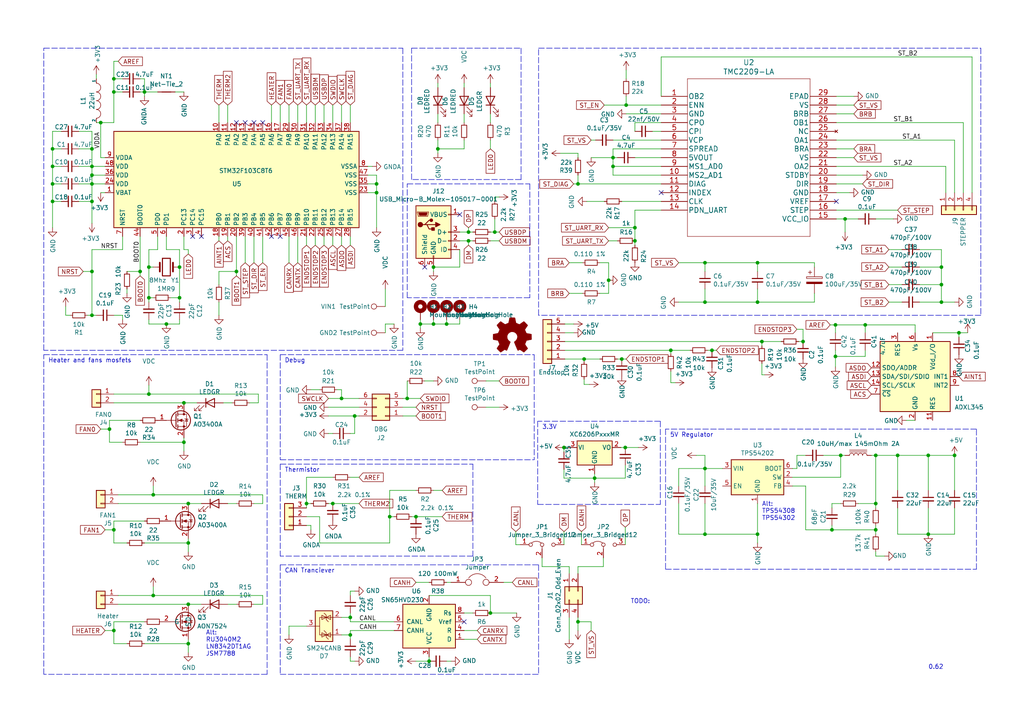
<source format=kicad_sch>
(kicad_sch (version 20211123) (generator eeschema)
  (paper "A4")
  (lib_symbols
    (symbol "Connector:TestPoint" (pin_numbers hide) (pin_names (offset 0.762) hide)
      (property "Reference" "TP" (at 0 6.858 0))
      (property "Value" "TestPoint" (at 0 5.08 0))
      (symbol "TestPoint_1_1"
        (pin passive line (at 0 0 90) (length 2.54) (name "1") (number "1"))
      )
    )
    (symbol "Connector_Generic:Conn_01x02" (pin_names (offset 1.016) hide)
      (property "Reference" "J" (at 0 2.54 0))
      (property "Value" "Conn_01x02" (at 0 -5.08 0))
      (symbol "Conn_01x02_1_1"
        (pin passive line (at -5.08 0 0) (length 3.81) (name "Pin_1") (number "1"))
        (pin passive line (at -5.08 -2.54 0) (length 3.81) (name "Pin_2") (number "2"))
      )
    )
    (symbol "Connector_Generic:Conn_01x03" (pin_names (offset 1.016) hide)
      (property "Reference" "J" (at 0 5.08 0))
      (property "Value" "Conn_01x03" (at 0 -5.08 0))
      (symbol "Conn_01x03_1_1"
        (pin passive line (at -5.08 2.54 0) (length 3.81) (name "Pin_1") (number "1"))
        (pin passive line (at -5.08 0 0) (length 3.81) (name "Pin_2") (number "2"))
        (pin passive line (at -5.08 -2.54 0) (length 3.81) (name "Pin_3") (number "3"))
      )
    )
    (symbol "Connector_Generic:Conn_01x04" (pin_names (offset 1.016) hide)
      (property "Reference" "J" (at 0 5.08 0))
      (property "Value" "Conn_01x04" (at 0 -7.62 0))
      (symbol "Conn_01x04_1_1"
        (pin passive line (at -5.08 2.54 0) (length 3.81) (name "Pin_1") (number "1"))
        (pin passive line (at -5.08 0 0) (length 3.81) (name "Pin_2") (number "2"))
        (pin passive line (at -5.08 -2.54 0) (length 3.81) (name "Pin_3") (number "3"))
        (pin passive line (at -5.08 -5.08 0) (length 3.81) (name "Pin_4") (number "4"))
      )
    )
    (symbol "Connector_Generic:Conn_01x05" (pin_names (offset 1.016) hide)
      (property "Reference" "J" (at 0 7.62 0))
      (property "Value" "Conn_01x05" (at 0 -7.62 0))
      (symbol "Conn_01x05_1_1"
        (pin passive line (at -5.08 5.08 0) (length 3.81) (name "Pin_1") (number "1"))
        (pin passive line (at -5.08 2.54 0) (length 3.81) (name "Pin_2") (number "2"))
        (pin passive line (at -5.08 0 0) (length 3.81) (name "Pin_3") (number "3"))
        (pin passive line (at -5.08 -2.54 0) (length 3.81) (name "Pin_4") (number "4"))
        (pin passive line (at -5.08 -5.08 0) (length 3.81) (name "Pin_5") (number "5"))
      )
    )
    (symbol "Connector_Generic:Conn_02x02_Top_Bottom" (pin_names (offset 1.016) hide)
      (property "Reference" "J" (at 1.27 2.54 0))
      (property "Value" "Conn_02x02_Top_Bottom" (at 1.27 -5.08 0))
      (symbol "Conn_02x02_Top_Bottom_1_1"
        (pin passive line (at -5.08 0 0) (length 3.81) (name "Pin_1") (number "1"))
        (pin passive line (at -5.08 -2.54 0) (length 3.81) (name "Pin_2") (number "2"))
        (pin passive line (at 7.62 0 180) (length 3.81) (name "Pin_3") (number "3"))
        (pin passive line (at 7.62 -2.54 180) (length 3.81) (name "Pin_4") (number "4"))
      )
    )
    (symbol "Connector_Generic:Conn_02x03_Odd_Even" (pin_names (offset 1.016) hide)
      (property "Reference" "J" (at 1.27 5.08 0))
      (property "Value" "Conn_02x03_Odd_Even" (at 1.27 -5.08 0))
      (symbol "Conn_02x03_Odd_Even_1_1"
        (pin passive line (at -5.08 2.54 0) (length 3.81) (name "Pin_1") (number "1"))
        (pin passive line (at 7.62 2.54 180) (length 3.81) (name "Pin_2") (number "2"))
        (pin passive line (at -5.08 0 0) (length 3.81) (name "Pin_3") (number "3"))
        (pin passive line (at 7.62 0 180) (length 3.81) (name "Pin_4") (number "4"))
        (pin passive line (at -5.08 -2.54 0) (length 3.81) (name "Pin_5") (number "5"))
        (pin passive line (at 7.62 -2.54 180) (length 3.81) (name "Pin_6") (number "6"))
      )
    )
    (symbol "Device:C_Small" (pin_numbers hide) (pin_names (offset 0.254) hide)
      (property "Reference" "C" (at 0.254 1.778 0))
      (property "Value" "C_Small" (at 0.254 -2.032 0))
      (symbol "C_Small_1_1"
        (pin passive line (at 0 2.54 270) (length 2.032) (name "~") (number "1"))
        (pin passive line (at 0 -2.54 90) (length 2.032) (name "~") (number "2"))
      )
    )
    (symbol "Device:Crystal" (pin_numbers hide) (pin_names (offset 1.016) hide)
      (property "Reference" "Y" (at 0 3.81 0))
      (property "Value" "Crystal" (at 0 -3.81 0))
      (symbol "Crystal_1_1"
        (pin passive line (at -3.81 0 0) (length 1.27) (name "1") (number "1"))
        (pin passive line (at 3.81 0 180) (length 1.27) (name "2") (number "2"))
      )
    )
    (symbol "Device:LED" (pin_numbers hide) (pin_names (offset 1.016) hide)
      (property "Reference" "D" (at 0 2.54 0))
      (property "Value" "LED" (at 0 -2.54 0))
      (symbol "LED_1_1"
        (pin passive line (at -3.81 0 0) (length 2.54) (name "K") (number "1"))
        (pin passive line (at 3.81 0 180) (length 2.54) (name "A") (number "2"))
      )
    )
    (symbol "Device:R_Small" (pin_numbers hide) (pin_names (offset 0.254) hide)
      (property "Reference" "R" (at 0.762 0.508 0))
      (property "Value" "R_Small" (at 0.762 -1.016 0))
      (symbol "R_Small_1_1"
        (pin passive line (at 0 2.54 270) (length 0.762) (name "~") (number "1"))
        (pin passive line (at 0 -2.54 90) (length 0.762) (name "~") (number "2"))
      )
    )
    (symbol "Graphic:Logo_Open_Hardware_Small" (pin_names (offset 1.016)))
    (symbol "Huvud-rescue:CP-Device" (pin_numbers hide) (pin_names (offset 0.254))
      (property "Reference" "C" (at 0.635 2.54 0))
      (property "Value" "CP-Device" (at 0.635 -2.54 0))
      (symbol "CP-Device_1_1"
        (pin passive line (at 0 3.81 270) (length 2.794) (name "~") (number "1"))
        (pin passive line (at 0 -3.81 90) (length 2.794) (name "~") (number "2"))
      )
    )
    (symbol "Huvud-rescue:Jumper-Device" (pin_names (offset 0.762) hide)
      (property "Reference" "JP" (at 0 3.81 0))
      (property "Value" "Jumper-Device" (at 0 -2.032 0))
      (symbol "Jumper-Device_0_1"
        (pin passive line (at -7.62 0 0) (length 4.191) (name "1") (number "1"))
        (pin passive line (at 7.62 0 180) (length 4.191) (name "2") (number "2"))
      )
    )
    (symbol "Huvud-rescue:Jumper_3_Bridged12-Jumper" (pin_names (offset 0) hide)
      (property "Reference" "JP" (at -2.54 -2.54 0))
      (property "Value" "Jumper_3_Bridged12-Jumper" (at 0 2.794 0))
      (symbol "Jumper_3_Bridged12-Jumper_1_1"
        (pin passive line (at -6.35 0 0) (length 2.54) (name "A") (number "1"))
        (pin input line (at 0 -3.81 90) (length 2.54) (name "C") (number "2"))
        (pin passive line (at 6.35 0 180) (length 2.54) (name "B") (number "3"))
      )
    )
    (symbol "Huvud-rescue:L_Core_Iron-Device" (pin_numbers hide) (pin_names (offset 1.016) hide)
      (property "Reference" "L" (at -1.27 0 90))
      (property "Value" "L_Core_Iron-Device" (at 2.794 0 90))
      (symbol "L_Core_Iron-Device_1_1"
        (pin passive line (at 0 3.81 270) (length 1.27) (name "1") (number "1"))
        (pin passive line (at 0 -3.81 90) (length 1.27) (name "2") (number "2"))
      )
    )
    (symbol "Huvud-rescue:Net-Tie_2-Device" (pin_numbers hide) (pin_names (offset 0) hide)
      (property "Reference" "NT" (at 0 1.27 0))
      (property "Value" "Net-Tie_2-Device" (at 0 -1.27 0))
      (symbol "Net-Tie_2-Device_1_1"
        (pin passive line (at -2.54 0 0) (length 2.54) (name "1") (number "1"))
        (pin passive line (at 2.54 0 180) (length 2.54) (name "2") (number "2"))
      )
    )
    (symbol "Huvud-rescue:USB_B_Micro-Connector" (pin_names (offset 1.016))
      (property "Reference" "J" (at -5.08 11.43 0))
      (property "Value" "USB_B_Micro-Connector" (at -5.08 8.89 0))
      (symbol "USB_B_Micro-Connector_1_1"
        (pin power_out line (at 7.62 5.08 180) (length 2.54) (name "VBUS") (number "1"))
        (pin passive line (at 7.62 -2.54 180) (length 2.54) (name "D-") (number "2"))
        (pin passive line (at 7.62 0 180) (length 2.54) (name "D+") (number "3"))
        (pin passive line (at 7.62 -5.08 180) (length 2.54) (name "ID") (number "4"))
        (pin power_out line (at 0 -10.16 90) (length 2.54) (name "GND") (number "5"))
        (pin passive line (at -2.54 -10.16 90) (length 2.54) (name "Shield") (number "6"))
      )
    )
    (symbol "Huvud:AON7418" (pin_names (offset 1.016))
      (property "Reference" "Q" (at 0 0 0))
      (property "Value" "AON7418" (at 0 0 0))
      (symbol "AON7418_1_1"
        (pin passive line (at 0 -17.78 90) (length 2.54) (name "S") (number "1"))
        (pin input line (at -7.62 -12.7 0) (length 2.54) (name "G") (number "2"))
        (pin passive line (at 0 -7.62 270) (length 2.54) (name "D") (number "3"))
      )
    )
    (symbol "Interface_CAN_LIN:SN65HVD230" (pin_names (offset 1.016))
      (property "Reference" "U" (at -2.54 10.16 0))
      (property "Value" "SN65HVD230" (at -2.54 7.62 0))
      (symbol "SN65HVD230_1_1"
        (pin input line (at -10.16 2.54 0) (length 2.54) (name "D") (number "1"))
        (pin power_in line (at 0 -10.16 90) (length 2.54) (name "GND") (number "2"))
        (pin power_in line (at 0 7.62 270) (length 2.54) (name "VCC") (number "3"))
        (pin output line (at -10.16 0 0) (length 2.54) (name "R") (number "4"))
        (pin output line (at -10.16 -2.54 0) (length 2.54) (name "Vref") (number "5"))
        (pin bidirectional line (at 10.16 -2.54 180) (length 2.54) (name "CANL") (number "6"))
        (pin bidirectional line (at 10.16 0 180) (length 2.54) (name "CANH") (number "7"))
        (pin input line (at -10.16 -5.08 0) (length 2.54) (name "Rs") (number "8"))
      )
    )
    (symbol "MCU_ST_STM32F1:STM32F103C8Tx"
      (property "Reference" "U" (at -15.24 36.83 0))
      (property "Value" "STM32F103C8Tx" (at 7.62 36.83 0))
      (symbol "STM32F103C8Tx_1_1"
        (pin power_in line (at -5.08 38.1 270) (length 2.54) (name "VBAT") (number "1"))
        (pin bidirectional line (at 15.24 5.08 180) (length 2.54) (name "PA0") (number "10"))
        (pin bidirectional line (at 15.24 2.54 180) (length 2.54) (name "PA1") (number "11"))
        (pin bidirectional line (at 15.24 0 180) (length 2.54) (name "PA2") (number "12"))
        (pin bidirectional line (at 15.24 -2.54 180) (length 2.54) (name "PA3") (number "13"))
        (pin bidirectional line (at 15.24 -5.08 180) (length 2.54) (name "PA4") (number "14"))
        (pin bidirectional line (at 15.24 -7.62 180) (length 2.54) (name "PA5") (number "15"))
        (pin bidirectional line (at 15.24 -10.16 180) (length 2.54) (name "PA6") (number "16"))
        (pin bidirectional line (at 15.24 -12.7 180) (length 2.54) (name "PA7") (number "17"))
        (pin bidirectional line (at -17.78 5.08 0) (length 2.54) (name "PB0") (number "18"))
        (pin bidirectional line (at -17.78 2.54 0) (length 2.54) (name "PB1") (number "19"))
        (pin bidirectional line (at -17.78 15.24 0) (length 2.54) (name "PC13") (number "2"))
        (pin bidirectional line (at -17.78 0 0) (length 2.54) (name "PB2") (number "20"))
        (pin bidirectional line (at -17.78 -20.32 0) (length 2.54) (name "PB10") (number "21"))
        (pin bidirectional line (at -17.78 -22.86 0) (length 2.54) (name "PB11") (number "22"))
        (pin power_in line (at -5.08 -38.1 90) (length 2.54) (name "VSS") (number "23"))
        (pin power_in line (at -2.54 38.1 270) (length 2.54) (name "VDD") (number "24"))
        (pin bidirectional line (at -17.78 -25.4 0) (length 2.54) (name "PB12") (number "25"))
        (pin bidirectional line (at -17.78 -27.94 0) (length 2.54) (name "PB13") (number "26"))
        (pin bidirectional line (at -17.78 -30.48 0) (length 2.54) (name "PB14") (number "27"))
        (pin bidirectional line (at -17.78 -33.02 0) (length 2.54) (name "PB15") (number "28"))
        (pin bidirectional line (at 15.24 -15.24 180) (length 2.54) (name "PA8") (number "29"))
        (pin bidirectional line (at -17.78 12.7 0) (length 2.54) (name "PC14") (number "3"))
        (pin bidirectional line (at 15.24 -17.78 180) (length 2.54) (name "PA9") (number "30"))
        (pin bidirectional line (at 15.24 -20.32 180) (length 2.54) (name "PA10") (number "31"))
        (pin bidirectional line (at 15.24 -22.86 180) (length 2.54) (name "PA11") (number "32"))
        (pin bidirectional line (at 15.24 -25.4 180) (length 2.54) (name "PA12") (number "33"))
        (pin bidirectional line (at 15.24 -27.94 180) (length 2.54) (name "PA13") (number "34"))
        (pin power_in line (at -2.54 -38.1 90) (length 2.54) (name "VSS") (number "35"))
        (pin power_in line (at 0 38.1 270) (length 2.54) (name "VDD") (number "36"))
        (pin bidirectional line (at 15.24 -30.48 180) (length 2.54) (name "PA14") (number "37"))
        (pin bidirectional line (at 15.24 -33.02 180) (length 2.54) (name "PA15") (number "38"))
        (pin bidirectional line (at -17.78 -2.54 0) (length 2.54) (name "PB3") (number "39"))
        (pin bidirectional line (at -17.78 10.16 0) (length 2.54) (name "PC15") (number "4"))
        (pin bidirectional line (at -17.78 -5.08 0) (length 2.54) (name "PB4") (number "40"))
        (pin bidirectional line (at -17.78 -7.62 0) (length 2.54) (name "PB5") (number "41"))
        (pin bidirectional line (at -17.78 -10.16 0) (length 2.54) (name "PB6") (number "42"))
        (pin bidirectional line (at -17.78 -12.7 0) (length 2.54) (name "PB7") (number "43"))
        (pin input line (at -17.78 27.94 0) (length 2.54) (name "BOOT0") (number "44"))
        (pin bidirectional line (at -17.78 -15.24 0) (length 2.54) (name "PB8") (number "45"))
        (pin bidirectional line (at -17.78 -17.78 0) (length 2.54) (name "PB9") (number "46"))
        (pin power_in line (at 0 -38.1 90) (length 2.54) (name "VSS") (number "47"))
        (pin power_in line (at 2.54 38.1 270) (length 2.54) (name "VDD") (number "48"))
        (pin input line (at -17.78 22.86 0) (length 2.54) (name "PD0") (number "5"))
        (pin input line (at -17.78 20.32 0) (length 2.54) (name "PD1") (number "6"))
        (pin input line (at -17.78 33.02 0) (length 2.54) (name "NRST") (number "7"))
        (pin power_in line (at 2.54 -38.1 90) (length 2.54) (name "VSSA") (number "8"))
        (pin power_in line (at 5.08 38.1 270) (length 2.54) (name "VDDA") (number "9"))
      )
    )
    (symbol "Mechanical:MountingHole_Pad" (pin_numbers hide) (pin_names (offset 1.016) hide)
      (property "Reference" "H" (at 0 6.35 0))
      (property "Value" "MountingHole_Pad" (at 0 4.445 0))
      (symbol "MountingHole_Pad_1_1"
        (pin input line (at 0 -2.54 90) (length 2.54) (name "1") (number "1"))
      )
    )
    (symbol "Power_Protection:NUP2105L" (pin_names hide)
      (property "Reference" "D" (at 5.715 2.54 0))
      (property "Value" "NUP2105L" (at 5.715 0.635 0))
      (symbol "NUP2105L_0_0"
        (pin passive line (at 0 -5.08 90) (length 2.54) (name "A") (number "3"))
      )
      (symbol "NUP2105L_1_1"
        (pin passive line (at -2.54 5.08 270) (length 2.54) (name "K") (number "1"))
        (pin passive line (at 2.54 5.08 270) (length 2.54) (name "K") (number "2"))
      )
    )
    (symbol "Regulator_Linear:XC6206PxxxMR" (pin_names (offset 0.254))
      (property "Reference" "U" (at -3.81 3.175 0))
      (property "Value" "XC6206PxxxMR" (at 0 3.175 0))
      (symbol "XC6206PxxxMR_1_1"
        (pin power_in line (at 0 -7.62 90) (length 2.54) (name "GND") (number "1"))
        (pin power_out line (at 7.62 0 180) (length 2.54) (name "VO") (number "2"))
        (pin power_in line (at -7.62 0 0) (length 2.54) (name "VI") (number "3"))
      )
    )
    (symbol "Regulator_Switching:TPS54308"
      (property "Reference" "U" (at -7.62 6.35 0))
      (property "Value" "TPS54308" (at 0 6.35 0))
      (symbol "TPS54308_1_1"
        (pin power_in line (at 0 -7.62 90) (length 2.54) (name "GND") (number "1"))
        (pin power_out line (at 10.16 0 180) (length 2.54) (name "SW") (number "2"))
        (pin power_in line (at -10.16 2.54 0) (length 2.54) (name "VIN") (number "3"))
        (pin input line (at 10.16 -2.54 180) (length 2.54) (name "FB") (number "4"))
        (pin input line (at -10.16 -2.54 0) (length 2.54) (name "EN") (number "5"))
        (pin passive line (at 10.16 2.54 180) (length 2.54) (name "BOOT") (number "6"))
      )
    )
    (symbol "Sensor_Motion:ADXL343"
      (property "Reference" "U" (at -8.89 11.43 0))
      (property "Value" "ADXL343" (at -7.62 -11.43 0))
      (symbol "ADXL343_1_1"
        (pin power_in line (at 5.08 12.7 270) (length 2.54) (name "Vdd_I/O") (number "1"))
        (pin no_connect line (at -5.08 -10.16 90) (length 2.54) hide (name "NC") (number "10"))
        (pin passive line (at 5.08 -12.7 90) (length 2.54) (name "RES") (number "11"))
        (pin bidirectional line (at -12.7 2.54 0) (length 2.54) (name "SDO/ADDR") (number "12"))
        (pin bidirectional line (at -12.7 0 0) (length 2.54) (name "SDA/SDI/SDIO") (number "13"))
        (pin input line (at -12.7 -2.54 0) (length 2.54) (name "SCL/SCLK") (number "14"))
        (pin power_in line (at 0 -12.7 90) (length 2.54) (name "GND") (number "2"))
        (pin passive line (at -5.08 12.7 270) (length 2.54) (name "RES") (number "3"))
        (pin passive line (at 0 -12.7 90) (length 2.54) hide (name "GND") (number "4"))
        (pin passive line (at 0 -12.7 90) (length 2.54) hide (name "GND") (number "5"))
        (pin power_in line (at 0 12.7 270) (length 2.54) (name "Vs") (number "6"))
        (pin input line (at -12.7 -5.08 0) (length 2.54) (name "~{CS}") (number "7"))
        (pin output line (at 12.7 0 180) (length 2.54) (name "INT1") (number "8"))
        (pin output line (at 12.7 -2.54 180) (length 2.54) (name "INT2") (number "9"))
      )
    )
    (symbol "TMC2209:TMC2209-LA" (pin_names (offset 0.254))
      (property "Reference" "U" (at 25.4 10.16 0))
      (property "Value" "TMC2209-LA" (at 25.4 7.62 0))
      (symbol "TMC2209-LA_1_1"
        (pin output line (at 0 0 0) (length 7.62) (name "OB2") (number "1"))
        (pin input line (at 0 -22.86 0) (length 7.62) (name "MS2_AD1") (number "10"))
        (pin output line (at 0 -25.4 0) (length 7.62) (name "DIAG") (number "11"))
        (pin output line (at 0 -27.94 0) (length 7.62) (name "INDEX") (number "12"))
        (pin input line (at 0 -30.48 0) (length 7.62) (name "CLK") (number "13"))
        (pin bidirectional line (at 0 -33.02 0) (length 7.62) (name "PDN_UART") (number "14"))
        (pin power_in line (at 50.8 -35.56 180) (length 7.62) (name "VCC_IO") (number "15"))
        (pin input line (at 50.8 -33.02 180) (length 7.62) (name "STEP") (number "16"))
        (pin input line (at 50.8 -30.48 180) (length 7.62) (name "VREF") (number "17"))
        (pin power_in line (at 50.8 -27.94 180) (length 7.62) (name "GND") (number "18"))
        (pin input line (at 50.8 -25.4 180) (length 7.62) (name "DIR") (number "19"))
        (pin input line (at 0 -2.54 0) (length 7.62) (name "ENN") (number "2"))
        (pin input line (at 50.8 -22.86 180) (length 7.62) (name "STDBY") (number "20"))
        (pin output line (at 50.8 -20.32 180) (length 7.62) (name "OA2") (number "21"))
        (pin power_in line (at 50.8 -17.78 180) (length 7.62) (name "VS") (number "22"))
        (pin unspecified line (at 50.8 -15.24 180) (length 7.62) (name "BRA") (number "23"))
        (pin output line (at 50.8 -12.7 180) (length 7.62) (name "OA1") (number "24"))
        (pin no_connect line (at 50.8 -10.16 180) (length 7.62) (name "NC") (number "25"))
        (pin output line (at 50.8 -7.62 180) (length 7.62) (name "OB1") (number "26"))
        (pin unspecified line (at 50.8 -5.08 180) (length 7.62) (name "BRB") (number "27"))
        (pin power_in line (at 50.8 -2.54 180) (length 7.62) (name "VS") (number "28"))
        (pin unspecified line (at 50.8 0 180) (length 7.62) (name "EPAD") (number "29"))
        (pin power_in line (at 0 -5.08 0) (length 7.62) (name "GND") (number "3"))
        (pin output line (at 0 -7.62 0) (length 7.62) (name "CPO") (number "4"))
        (pin input line (at 0 -10.16 0) (length 7.62) (name "CPI") (number "5"))
        (pin power_in line (at 0 -12.7 0) (length 7.62) (name "VCP") (number "6"))
        (pin input line (at 0 -15.24 0) (length 7.62) (name "SPREAD") (number "7"))
        (pin output line (at 0 -17.78 0) (length 7.62) (name "5VOUT") (number "8"))
        (pin input line (at 0 -20.32 0) (length 7.62) (name "MS1_AD0") (number "9"))
      )
    )
    (symbol "Transistor_FET:2N7002" (pin_names hide)
      (property "Reference" "Q" (at 5.08 1.905 0))
      (property "Value" "2N7002" (at 5.08 0 0))
      (symbol "2N7002_1_1"
        (pin input line (at -5.08 0 0) (length 2.54) (name "G") (number "1"))
        (pin passive line (at 2.54 -5.08 90) (length 2.54) (name "S") (number "2"))
        (pin passive line (at 2.54 5.08 270) (length 2.54) (name "D") (number "3"))
      )
    )
    (symbol "power:+3.3V" (power) (pin_names (offset 0))
      (property "Value" "+3.3V" (at 0 3.556 0))
      (symbol "+3.3V_1_1"
        (pin power_in line (at 0 0 90) (length 0) hide (name "+3V3") (number "1"))
      )
    )
    (symbol "power:+5V" (power) (pin_names (offset 0))
      (property "Value" "+5V" (at 0 3.556 0))
      (symbol "+5V_1_1"
        (pin power_in line (at 0 0 90) (length 0) hide (name "+5V") (number "1"))
      )
    )
    (symbol "power:GND" (power) (pin_names (offset 0))
      (property "Value" "GND" (at 0 -3.81 0))
      (symbol "GND_1_1"
        (pin power_in line (at 0 0 270) (length 0) hide (name "GND") (number "1"))
      )
    )
    (symbol "power:GNDA" (power) (pin_names (offset 0))
      (property "Value" "GNDA" (at 0 -3.81 0))
      (symbol "GNDA_1_1"
        (pin power_in line (at 0 0 270) (length 0) hide (name "GNDA") (number "1"))
      )
    )
    (symbol "power:VDC" (power) (pin_names (offset 0))
      (property "Value" "VDC" (at 0 6.35 0))
      (symbol "VDC_1_1"
        (pin power_in line (at 0 0 90) (length 0) hide (name "VDC") (number "1"))
      )
    )
    (symbol "pspice:INDUCTOR" (pin_numbers hide) (pin_names (offset 0))
      (property "Reference" "L" (at 0 2.54 0))
      (property "Value" "INDUCTOR" (at 0 -1.27 0))
      (symbol "INDUCTOR_1_1"
        (pin input line (at -6.35 0 0) (length 1.27) (name "1") (number "1"))
        (pin input line (at 6.35 0 180) (length 1.27) (name "2") (number "2"))
      )
    )
  )
  (junction (at 135.89 67.31))
  (junction (at 109.22 53.34))
  (junction (at 241.3 153.67))
  (junction (at 53.34 116.84))
  (junction (at 43.18 86.36))
  (junction (at 29.21 35.56))
  (junction (at 180.34 104.14))
  (junction (at 167.64 180.34))
  (junction (at 54.61 146.05))
  (junction (at 124.46 191.77))
  (junction (at 219.71 154.94))
  (junction (at 101.6 184.15))
  (junction (at 113.03 149.86))
  (junction (at 184.15 69.85))
  (junction (at 54.61 175.26))
  (junction (at 44.45 143.51))
  (junction (at 220.98 99.06))
  (junction (at 177.8 48.26))
  (junction (at 40.64 78.74))
  (junction (at 204.47 154.94))
  (junction (at 26.67 50.8))
  (junction (at 48.26 93.98))
  (junction (at 101.6 179.07))
  (junction (at 31.75 124.46))
  (junction (at 15.24 43.18))
  (junction (at 102.87 120.65))
  (junction (at 204.47 76.2))
  (junction (at 177.8 45.72))
  (junction (at 278.13 96.52))
  (junction (at 243.84 132.08))
  (junction (at 184.15 66.04))
  (junction (at 15.24 53.34))
  (junction (at 181.61 30.48))
  (junction (at 129.54 93.98))
  (junction (at 242.316 94.234))
  (junction (at 273.05 87.63))
  (junction (at 204.47 135.89))
  (junction (at 273.05 77.47))
  (junction (at 181.356 129.794))
  (junction (at 68.58 78.74))
  (junction (at 254 153.67))
  (junction (at 172.466 138.684))
  (junction (at 43.18 114.3))
  (junction (at 26.67 78.74))
  (junction (at 169.418 104.14))
  (junction (at 250.952 94.234))
  (junction (at 206.502 101.6))
  (junction (at 88.9 146.05))
  (junction (at 219.71 76.2))
  (junction (at 54.61 186.69))
  (junction (at 54.61 157.48))
  (junction (at 142.24 177.8))
  (junction (at 109.22 55.88))
  (junction (at 260.35 132.08))
  (junction (at 245.11 63.5))
  (junction (at 135.89 69.85))
  (junction (at 118.11 115.57))
  (junction (at 26.67 48.26))
  (junction (at 33.02 182.88))
  (junction (at 125.73 93.98))
  (junction (at 121.92 93.98))
  (junction (at 273.05 82.55))
  (junction (at 33.02 22.86))
  (junction (at 53.34 128.27))
  (junction (at 15.24 48.26))
  (junction (at 26.67 43.18))
  (junction (at 125.73 77.47))
  (junction (at 194.564 101.6))
  (junction (at 43.18 77.47))
  (junction (at 26.67 58.42))
  (junction (at 163.576 129.794))
  (junction (at 96.52 146.05))
  (junction (at 33.02 26.67))
  (junction (at 120.65 149.86))
  (junction (at 254 132.08))
  (junction (at 254 146.05))
  (junction (at 44.45 172.72))
  (junction (at 242.316 103.378))
  (junction (at 204.47 87.63))
  (junction (at 219.71 87.63))
  (junction (at 15.24 58.42))
  (junction (at 269.24 154.94))
  (junction (at 276.86 132.08))
  (junction (at 99.06 115.57))
  (junction (at 33.02 153.67))
  (junction (at 232.918 99.06))
  (junction (at 41.91 26.67))
  (junction (at 269.24 132.08))
  (junction (at 26.67 91.44))
  (junction (at 52.07 86.36))
  (junction (at 26.67 53.34))
  (junction (at 176.53 81.28))
  (junction (at 143.51 67.31))
  (junction (at 167.64 53.34))
  (junction (at 52.07 77.47))
  (junction (at 127 43.18))
  (no_connect (at 78.74 68.58))
  (no_connect (at 242.57 58.42))
  (no_connect (at 81.28 68.58))
  (no_connect (at 55.88 68.58))
  (no_connect (at 58.42 68.58))
  (no_connect (at 76.2 35.56))
  (no_connect (at 191.77 55.88))
  (no_connect (at 133.35 62.23))
  (no_connect (at 123.19 77.47))
  (no_connect (at 73.66 35.56))
  (no_connect (at 68.58 35.56))
  (no_connect (at 134.62 180.34))
  (no_connect (at 71.12 35.56))
  (polyline (pts (xy 81.28 133.35) (xy 154.94 133.35)))
  (wire (pts (xy 233.68 140.97) (xy 229.87 140.97)))
  (wire (pts (xy 266.7 82.55) (xy 273.05 82.55)))
  (polyline (pts (xy 116.84 101.6) (xy 12.7 101.6)))
  (wire (pts (xy 137.16 69.85) (xy 135.89 69.85)))
  (wire (pts (xy 43.18 77.47) (xy 44.45 77.47)))
  (polyline (pts (xy 153.67 86.36) (xy 118.11 86.36)))
  (polyline (pts (xy 155.956 122.174) (xy 155.956 146.304)))
  (wire (pts (xy 276.86 147.32) (xy 276.86 154.94)))
  (wire (pts (xy 254 132.08) (xy 260.35 132.08)))
  (wire (pts (xy 169.418 111.506) (xy 170.942 111.506)))
  (wire (pts (xy 273.05 82.55) (xy 273.05 87.63)))
  (wire (pts (xy 17.78 38.1) (xy 15.24 38.1)))
  (wire (pts (xy 101.6 184.15) (xy 101.6 185.42)))
  (wire (pts (xy 40.64 80.01) (xy 40.64 78.74)))
  (wire (pts (xy 242.316 94.234) (xy 250.952 94.234)))
  (wire (pts (xy 241.3 152.4) (xy 241.3 153.67)))
  (wire (pts (xy 165.1 166.37) (xy 165.1 164.338)))
  (polyline (pts (xy 77.47 102.87) (xy 77.47 195.58)))
  (wire (pts (xy 252.73 132.08) (xy 254 132.08)))
  (wire (pts (xy 191.77 48.26) (xy 177.8 48.26)))
  (wire (pts (xy 30.48 48.26) (xy 26.67 48.26)))
  (wire (pts (xy 54.61 146.05) (xy 58.42 146.05)))
  (wire (pts (xy 26.67 91.44) (xy 27.94 91.44)))
  (wire (pts (xy 261.62 82.55) (xy 257.81 82.55)))
  (wire (pts (xy 163.576 131.064) (xy 163.576 129.794)))
  (wire (pts (xy 48.26 72.39) (xy 48.26 68.58)))
  (wire (pts (xy 90.17 153.67) (xy 90.17 152.4)))
  (wire (pts (xy 73.66 175.26) (xy 76.2 175.26)))
  (wire (pts (xy 257.81 87.63) (xy 261.62 87.63)))
  (wire (pts (xy 273.05 72.39) (xy 273.05 77.47)))
  (wire (pts (xy 121.92 115.57) (xy 118.11 115.57)))
  (wire (pts (xy 52.07 86.36) (xy 52.07 77.47)))
  (wire (pts (xy 181.356 138.684) (xy 172.466 138.684)))
  (wire (pts (xy 125.73 110.49) (xy 123.19 110.49)))
  (wire (pts (xy 35.56 91.44) (xy 35.56 92.71)))
  (wire (pts (xy 269.24 147.32) (xy 269.24 154.94)))
  (wire (pts (xy 68.58 68.58) (xy 68.58 78.74)))
  (wire (pts (xy 63.5 78.74) (xy 63.5 82.55)))
  (wire (pts (xy 95.25 115.57) (xy 99.06 115.57)))
  (wire (pts (xy 19.05 91.44) (xy 20.32 91.44)))
  (wire (pts (xy 232.918 95.504) (xy 232.918 99.06)))
  (wire (pts (xy 26.67 50.8) (xy 26.67 53.34)))
  (wire (pts (xy 43.18 87.63) (xy 43.18 86.36)))
  (wire (pts (xy 35.56 128.27) (xy 31.75 128.27)))
  (wire (pts (xy 127 25.4) (xy 127 24.13)))
  (wire (pts (xy 179.07 45.72) (xy 177.8 45.72)))
  (wire (pts (xy 35.56 68.58) (xy 35.56 72.39)))
  (wire (pts (xy 172.466 137.414) (xy 172.466 138.684)))
  (wire (pts (xy 41.91 27.94) (xy 41.91 26.67)))
  (wire (pts (xy 99.06 184.15) (xy 101.6 184.15)))
  (polyline (pts (xy 12.7 101.6) (xy 12.7 13.97)))
  (wire (pts (xy 127 44.45) (xy 127 43.18)))
  (wire (pts (xy 102.87 120.65) (xy 102.87 125.73)))
  (wire (pts (xy 95.25 146.05) (xy 96.52 146.05)))
  (polyline (pts (xy 151.13 52.07) (xy 119.38 52.07)))
  (wire (pts (xy 92.71 149.86) (xy 92.71 157.48)))
  (wire (pts (xy 163.83 101.6) (xy 194.564 101.6)))
  (wire (pts (xy 76.2 143.51) (xy 44.45 143.51)))
  (polyline (pts (xy 81.28 195.58) (xy 156.21 195.58)))
  (wire (pts (xy 97.79 113.03) (xy 99.06 113.03)))
  (wire (pts (xy 41.91 157.48) (xy 54.61 157.48)))
  (polyline (pts (xy 156.21 13.97) (xy 284.48 13.97)))
  (wire (pts (xy 101.6 184.15) (xy 101.6 182.88)))
  (wire (pts (xy 134.62 177.8) (xy 137.16 177.8)))
  (wire (pts (xy 167.64 164.338) (xy 175.006 164.338)))
  (wire (pts (xy 53.34 128.27) (xy 53.34 127)))
  (wire (pts (xy 195.834 110.998) (xy 194.564 110.998)))
  (wire (pts (xy 66.04 69.85) (xy 66.04 68.58)))
  (wire (pts (xy 162.56 44.45) (xy 167.64 44.45)))
  (wire (pts (xy 181.61 20.32) (xy 181.61 22.86)))
  (wire (pts (xy 44.45 170.18) (xy 44.45 172.72)))
  (polyline (pts (xy 81.28 102.87) (xy 81.28 133.35)))
  (wire (pts (xy 254 161.29) (xy 254 160.02)))
  (wire (pts (xy 204.47 135.89) (xy 209.55 135.89)))
  (wire (pts (xy 133.35 77.47) (xy 125.73 77.47)))
  (wire (pts (xy 35.56 72.39) (xy 26.67 72.39)))
  (wire (pts (xy 176.53 81.28) (xy 176.53 85.09)))
  (wire (pts (xy 104.14 120.65) (xy 102.87 120.65)))
  (polyline (pts (xy 153.67 53.34) (xy 153.67 86.36)))
  (wire (pts (xy 43.18 72.39) (xy 43.18 77.47)))
  (wire (pts (xy 88.9 147.32) (xy 88.9 146.05)))
  (wire (pts (xy 52.07 93.98) (xy 52.07 92.71)))
  (wire (pts (xy 176.53 76.2) (xy 176.53 81.28)))
  (polyline (pts (xy 284.48 91.44) (xy 156.21 91.44)))
  (wire (pts (xy 30.48 153.67) (xy 33.02 153.67)))
  (wire (pts (xy 242.57 53.34) (xy 250.19 53.34)))
  (wire (pts (xy 116.84 120.65) (xy 120.65 120.65)))
  (wire (pts (xy 109.22 50.8) (xy 106.68 50.8)))
  (wire (pts (xy 113.03 142.24) (xy 113.03 149.86)))
  (wire (pts (xy 26.67 78.74) (xy 26.67 91.44)))
  (wire (pts (xy 269.24 132.08) (xy 276.86 132.08)))
  (wire (pts (xy 109.22 55.88) (xy 109.22 53.34)))
  (wire (pts (xy 163.576 138.684) (xy 172.466 138.684)))
  (wire (pts (xy 88.9 35.56) (xy 88.9 30.48)))
  (wire (pts (xy 22.86 43.18) (xy 26.67 43.18)))
  (wire (pts (xy 34.29 175.26) (xy 54.61 175.26)))
  (wire (pts (xy 96.52 146.05) (xy 104.14 146.05)))
  (wire (pts (xy 169.418 104.14) (xy 169.418 104.902)))
  (wire (pts (xy 133.35 72.39) (xy 133.35 77.47)))
  (wire (pts (xy 15.24 53.34) (xy 17.78 53.34)))
  (wire (pts (xy 109.22 53.34) (xy 109.22 50.8)))
  (wire (pts (xy 231.14 132.08) (xy 231.14 135.89)))
  (wire (pts (xy 242.57 48.26) (xy 274.32 48.26)))
  (wire (pts (xy 220.98 99.06) (xy 226.568 99.06)))
  (wire (pts (xy 74.93 114.3) (xy 43.18 114.3)))
  (wire (pts (xy 248.92 146.05) (xy 254 146.05)))
  (wire (pts (xy 266.7 87.63) (xy 273.05 87.63)))
  (wire (pts (xy 149.606 154.178) (xy 149.606 157.988)))
  (wire (pts (xy 231.14 95.504) (xy 232.918 95.504)))
  (wire (pts (xy 43.18 86.36) (xy 43.18 77.47)))
  (wire (pts (xy 53.34 72.39) (xy 53.34 68.58)))
  (wire (pts (xy 43.18 111.76) (xy 43.18 114.3)))
  (wire (pts (xy 76.2 172.72) (xy 44.45 172.72)))
  (wire (pts (xy 101.6 180.34) (xy 101.6 179.07)))
  (wire (pts (xy 26.67 58.42) (xy 22.86 58.42)))
  (wire (pts (xy 114.3 93.98) (xy 111.76 93.98)))
  (wire (pts (xy 127 35.56) (xy 127 33.02)))
  (wire (pts (xy 254 63.5) (xy 259.08 63.5)))
  (wire (pts (xy 157.226 164.338) (xy 157.226 161.798)))
  (wire (pts (xy 15.24 48.26) (xy 15.24 43.18)))
  (wire (pts (xy 109.22 55.88) (xy 106.68 55.88)))
  (wire (pts (xy 196.85 87.63) (xy 204.47 87.63)))
  (wire (pts (xy 41.91 151.13) (xy 33.02 151.13)))
  (wire (pts (xy 64.77 116.84) (xy 67.31 116.84)))
  (wire (pts (xy 30.48 45.72) (xy 29.21 45.72)))
  (wire (pts (xy 176.53 69.85) (xy 179.07 69.85)))
  (wire (pts (xy 273.05 77.47) (xy 273.05 82.55)))
  (wire (pts (xy 83.82 68.58) (xy 83.82 76.2)))
  (wire (pts (xy 260.35 132.08) (xy 260.35 142.24)))
  (wire (pts (xy 52.07 93.98) (xy 48.26 93.98)))
  (wire (pts (xy 236.22 87.63) (xy 219.71 87.63)))
  (wire (pts (xy 52.07 87.63) (xy 52.07 86.36)))
  (wire (pts (xy 171.45 182.88) (xy 171.45 180.34)))
  (wire (pts (xy 29.21 45.72) (xy 29.21 35.56)))
  (wire (pts (xy 68.58 78.74) (xy 63.5 78.74)))
  (wire (pts (xy 26.67 53.34) (xy 26.67 58.42)))
  (wire (pts (xy 101.6 182.88) (xy 114.3 182.88)))
  (wire (pts (xy 250.952 94.234) (xy 250.952 96.52)))
  (wire (pts (xy 95.25 125.73) (xy 96.52 125.73)))
  (wire (pts (xy 83.82 184.15) (xy 83.82 181.61)))
  (wire (pts (xy 205.232 101.6) (xy 206.502 101.6)))
  (wire (pts (xy 113.03 157.48) (xy 113.03 149.86)))
  (wire (pts (xy 54.61 160.02) (xy 54.61 157.48)))
  (wire (pts (xy 266.7 72.39) (xy 273.05 72.39)))
  (wire (pts (xy 191.77 30.48) (xy 181.61 30.48)))
  (wire (pts (xy 204.47 146.05) (xy 204.47 154.94)))
  (wire (pts (xy 129.54 93.98) (xy 133.35 93.98)))
  (wire (pts (xy 78.74 30.48) (xy 78.74 35.56)))
  (wire (pts (xy 163.83 99.06) (xy 220.98 99.06)))
  (wire (pts (xy 191.77 27.94) (xy 191.77 16.51)))
  (wire (pts (xy 163.576 136.144) (xy 163.576 138.684)))
  (wire (pts (xy 274.32 48.26) (xy 274.32 55.88)))
  (wire (pts (xy 73.66 146.05) (xy 76.2 146.05)))
  (wire (pts (xy 73.66 68.58) (xy 73.66 76.2)))
  (wire (pts (xy 120.65 191.77) (xy 124.46 191.77)))
  (wire (pts (xy 241.3 146.05) (xy 241.3 147.32)))
  (wire (pts (xy 101.6 30.48) (xy 101.6 35.56)))
  (wire (pts (xy 196.85 154.94) (xy 204.47 154.94)))
  (wire (pts (xy 260.35 60.96) (xy 242.57 60.96)))
  (wire (pts (xy 52.07 72.39) (xy 52.07 77.47)))
  (wire (pts (xy 196.85 135.89) (xy 204.47 135.89)))
  (wire (pts (xy 168.656 157.988) (xy 168.656 154.178)))
  (polyline (pts (xy 118.11 53.34) (xy 153.67 53.34)))
  (wire (pts (xy 176.53 85.09) (xy 173.99 85.09)))
  (wire (pts (xy 33.02 186.69) (xy 33.02 182.88)))
  (wire (pts (xy 109.22 53.34) (xy 106.68 53.34)))
  (wire (pts (xy 134.62 33.02) (xy 134.62 35.56)))
  (wire (pts (xy 229.87 138.43) (xy 243.84 138.43)))
  (wire (pts (xy 15.24 53.34) (xy 15.24 58.42)))
  (wire (pts (xy 50.8 26.67) (xy 53.34 26.67)))
  (wire (pts (xy 233.68 153.67) (xy 233.68 140.97)))
  (wire (pts (xy 17.78 43.18) (xy 15.24 43.18)))
  (wire (pts (xy 219.71 87.63) (xy 219.71 83.82)))
  (wire (pts (xy 101.6 125.73) (xy 102.87 125.73)))
  (wire (pts (xy 109.22 66.04) (xy 109.22 55.88)))
  (wire (pts (xy 204.47 87.63) (xy 219.71 87.63)))
  (wire (pts (xy 66.04 35.56) (xy 66.04 30.48)))
  (wire (pts (xy 26.67 58.42) (xy 26.67 64.77)))
  (wire (pts (xy 33.02 182.88) (xy 33.02 180.34)))
  (wire (pts (xy 101.6 191.77) (xy 102.87 191.77)))
  (wire (pts (xy 254 146.05) (xy 254 132.08)))
  (wire (pts (xy 101.6 190.5) (xy 101.6 191.77)))
  (wire (pts (xy 29.21 124.46) (xy 31.75 124.46)))
  (wire (pts (xy 254 152.4) (xy 254 153.67)))
  (polyline (pts (xy 81.28 134.62) (xy 137.16 134.62)))
  (wire (pts (xy 171.45 180.34) (xy 167.64 180.34)))
  (wire (pts (xy 54.61 186.69) (xy 54.61 185.42)))
  (wire (pts (xy 184.15 66.04) (xy 184.15 60.96)))
  (polyline (pts (xy 193.04 165.1) (xy 283.21 165.1)))
  (wire (pts (xy 250.952 94.234) (xy 265.43 94.234)))
  (wire (pts (xy 167.64 44.45) (xy 167.64 45.72)))
  (wire (pts (xy 128.27 142.24) (xy 125.73 142.24)))
  (polyline (pts (xy 191.516 122.174) (xy 191.516 146.304)))
  (wire (pts (xy 88.9 149.86) (xy 92.71 149.86)))
  (wire (pts (xy 45.72 26.67) (xy 41.91 26.67)))
  (wire (pts (xy 167.64 180.34) (xy 167.64 182.88)))
  (wire (pts (xy 276.86 154.94) (xy 269.24 154.94)))
  (wire (pts (xy 88.9 138.43) (xy 88.9 146.05)))
  (wire (pts (xy 44.45 172.72) (xy 34.29 172.72)))
  (wire (pts (xy 81.28 30.48) (xy 81.28 35.56)))
  (wire (pts (xy 163.83 104.14) (xy 169.418 104.14)))
  (wire (pts (xy 27.94 22.86) (xy 27.94 21.59)))
  (wire (pts (xy 36.83 85.09) (xy 36.83 83.82)))
  (wire (pts (xy 96.52 68.58) (xy 96.52 71.12)))
  (wire (pts (xy 19.05 88.9) (xy 19.05 91.44)))
  (wire (pts (xy 254 153.67) (xy 254 154.94)))
  (wire (pts (xy 125.73 77.47) (xy 125.73 78.74)))
  (wire (pts (xy 204.47 83.82) (xy 204.47 87.63)))
  (wire (pts (xy 243.84 132.08) (xy 238.76 132.08)))
  (wire (pts (xy 45.72 72.39) (xy 43.18 72.39)))
  (polyline (pts (xy 12.7 13.97) (xy 116.84 13.97)))
  (polyline (pts (xy 156.21 163.83) (xy 156.21 195.58)))
  (wire (pts (xy 15.24 58.42) (xy 17.78 58.42)))
  (wire (pts (xy 204.47 132.08) (xy 204.47 135.89)))
  (wire (pts (xy 40.64 128.27) (xy 53.34 128.27)))
  (wire (pts (xy 129.54 93.98) (xy 129.54 92.71)))
  (wire (pts (xy 231.648 99.06) (xy 232.918 99.06)))
  (wire (pts (xy 184.15 60.96) (xy 191.77 60.96)))
  (wire (pts (xy 196.85 140.97) (xy 196.85 135.89)))
  (wire (pts (xy 256.54 161.29) (xy 254 161.29)))
  (wire (pts (xy 33.02 26.67) (xy 33.02 35.56)))
  (polyline (pts (xy 283.21 124.46) (xy 193.04 124.46)))
  (wire (pts (xy 44.45 140.97) (xy 44.45 143.51)))
  (wire (pts (xy 63.5 87.63) (xy 63.5 91.44)))
  (wire (pts (xy 149.86 177.8) (xy 142.24 177.8)))
  (wire (pts (xy 99.06 115.57) (xy 104.14 115.57)))
  (wire (pts (xy 54.61 157.48) (xy 54.61 156.21)))
  (wire (pts (xy 165.1 185.42) (xy 165.1 179.07)))
  (wire (pts (xy 24.13 78.74) (xy 26.67 78.74)))
  (wire (pts (xy 242.57 33.02) (xy 247.65 33.02)))
  (wire (pts (xy 181.356 157.988) (xy 181.356 152.908)))
  (wire (pts (xy 101.6 171.45) (xy 101.6 172.72)))
  (wire (pts (xy 167.64 166.37) (xy 167.64 164.338)))
  (wire (pts (xy 169.418 104.14) (xy 173.99 104.14)))
  (wire (pts (xy 180.34 58.42) (xy 191.77 58.42)))
  (wire (pts (xy 175.26 30.48) (xy 181.61 30.48)))
  (wire (pts (xy 191.77 38.1) (xy 189.23 38.1)))
  (polyline (pts (xy 154.94 102.87) (xy 154.94 133.35)))
  (wire (pts (xy 76.2 146.05) (xy 76.2 143.51)))
  (wire (pts (xy 257.81 77.47) (xy 261.62 77.47)))
  (wire (pts (xy 281.94 16.51) (xy 281.94 55.88)))
  (wire (pts (xy 93.98 30.48) (xy 93.98 35.56)))
  (wire (pts (xy 102.87 171.45) (xy 101.6 171.45)))
  (wire (pts (xy 269.24 132.08) (xy 269.24 142.24)))
  (wire (pts (xy 166.37 96.52) (xy 163.83 96.52)))
  (wire (pts (xy 142.24 24.13) (xy 142.24 25.4)))
  (wire (pts (xy 25.4 91.44) (xy 26.67 91.44)))
  (wire (pts (xy 44.45 143.51) (xy 34.29 143.51)))
  (wire (pts (xy 163.576 157.988) (xy 163.576 154.178)))
  (wire (pts (xy 76.2 68.58) (xy 76.2 76.2)))
  (wire (pts (xy 142.24 40.64) (xy 142.24 43.18)))
  (wire (pts (xy 233.68 132.08) (xy 231.14 132.08)))
  (wire (pts (xy 165.1 85.09) (xy 168.91 85.09)))
  (wire (pts (xy 170.18 58.42) (xy 175.26 58.42)))
  (wire (pts (xy 26.67 48.26) (xy 26.67 50.8)))
  (wire (pts (xy 191.77 45.72) (xy 184.15 45.72)))
  (wire (pts (xy 48.26 93.98) (xy 43.18 93.98)))
  (wire (pts (xy 181.61 33.02) (xy 191.77 33.02)))
  (wire (pts (xy 146.05 168.91) (xy 148.59 168.91)))
  (wire (pts (xy 219.71 154.94) (xy 219.71 157.48)))
  (wire (pts (xy 278.13 96.52) (xy 280.67 96.52)))
  (wire (pts (xy 196.85 146.05) (xy 196.85 154.94)))
  (wire (pts (xy 43.18 114.3) (xy 33.02 114.3)))
  (wire (pts (xy 242.316 94.234) (xy 242.316 96.52)))
  (polyline (pts (xy 119.38 13.97) (xy 151.13 13.97)))
  (wire (pts (xy 41.91 22.86) (xy 41.91 26.67)))
  (wire (pts (xy 104.14 138.43) (xy 101.6 138.43)))
  (wire (pts (xy 279.4 35.56) (xy 279.4 55.88)))
  (wire (pts (xy 242.57 50.8) (xy 250.19 50.8)))
  (wire (pts (xy 143.51 63.5) (xy 143.51 67.31)))
  (wire (pts (xy 179.07 104.14) (xy 180.34 104.14)))
  (wire (pts (xy 242.57 63.5) (xy 245.11 63.5)))
  (wire (pts (xy 63.5 35.56) (xy 63.5 30.48)))
  (wire (pts (xy 194.564 101.6) (xy 194.564 102.616)))
  (wire (pts (xy 66.04 175.26) (xy 68.58 175.26)))
  (wire (pts (xy 184.15 66.04) (xy 184.15 69.85)))
  (wire (pts (xy 121.92 93.98) (xy 125.73 93.98)))
  (wire (pts (xy 177.8 45.72) (xy 171.45 45.72)))
  (wire (pts (xy 96.52 30.48) (xy 96.52 35.56)))
  (wire (pts (xy 33.02 17.78) (xy 33.02 22.86)))
  (wire (pts (xy 135.89 66.04) (xy 135.89 67.31)))
  (polyline (pts (xy 116.84 13.97) (xy 116.84 101.6)))
  (wire (pts (xy 181.356 134.874) (xy 181.356 138.684)))
  (wire (pts (xy 167.64 53.34) (xy 191.77 53.34)))
  (wire (pts (xy 49.53 86.36) (xy 52.07 86.36)))
  (wire (pts (xy 30.48 50.8) (xy 26.67 50.8)))
  (wire (pts (xy 91.44 68.58) (xy 91.44 71.12)))
  (wire (pts (xy 40.64 78.74) (xy 40.64 68.58)))
  (wire (pts (xy 54.61 189.23) (xy 54.61 186.69)))
  (wire (pts (xy 26.67 53.34) (xy 30.48 53.34)))
  (wire (pts (xy 34.29 17.78) (xy 33.02 17.78)))
  (wire (pts (xy 171.45 40.64) (xy 172.72 40.64)))
  (wire (pts (xy 83.82 181.61) (xy 88.9 181.61)))
  (polyline (pts (xy 151.13 13.97) (xy 151.13 52.07)))
  (wire (pts (xy 254 153.67) (xy 241.3 153.67)))
  (wire (pts (xy 242.316 103.378) (xy 242.316 106.426)))
  (wire (pts (xy 243.84 146.05) (xy 241.3 146.05)))
  (wire (pts (xy 240.792 94.234) (xy 242.316 94.234)))
  (wire (pts (xy 120.65 118.11) (xy 116.84 118.11)))
  (wire (pts (xy 134.62 43.18) (xy 127 43.18)))
  (wire (pts (xy 33.02 26.67) (xy 35.56 26.67)))
  (wire (pts (xy 242.57 35.56) (xy 279.4 35.56)))
  (wire (pts (xy 220.98 99.06) (xy 220.98 100.33)))
  (wire (pts (xy 92.71 157.48) (xy 113.03 157.48)))
  (wire (pts (xy 165.1 76.2) (xy 168.91 76.2)))
  (wire (pts (xy 163.576 129.794) (xy 164.846 129.794)))
  (wire (pts (xy 166.37 53.34) (xy 167.64 53.34)))
  (wire (pts (xy 219.71 76.2) (xy 219.71 78.74)))
  (wire (pts (xy 165.1 164.338) (xy 157.226 164.338)))
  (wire (pts (xy 194.564 101.6) (xy 200.152 101.6)))
  (wire (pts (xy 36.83 157.48) (xy 33.02 157.48)))
  (wire (pts (xy 40.64 121.92) (xy 31.75 121.92)))
  (wire (pts (xy 26.67 43.18) (xy 26.67 48.26)))
  (wire (pts (xy 142.24 67.31) (xy 143.51 67.31)))
  (wire (pts (xy 119.38 149.86) (xy 120.65 149.86)))
  (polyline (pts (xy 81.28 163.83) (xy 156.21 163.83)))
  (polyline (pts (xy 156.21 91.44) (xy 156.21 13.97)))
  (wire (pts (xy 127 43.18) (xy 127 40.64)))
  (wire (pts (xy 54.61 175.26) (xy 58.42 175.26)))
  (wire (pts (xy 142.24 177.8) (xy 142.24 172.72)))
  (wire (pts (xy 269.24 154.94) (xy 260.35 154.94)))
  (wire (pts (xy 36.83 78.74) (xy 40.64 78.74)))
  (wire (pts (xy 101.6 68.58) (xy 101.6 71.12)))
  (wire (pts (xy 247.65 43.18) (xy 242.57 43.18)))
  (wire (pts (xy 53.34 130.81) (xy 53.34 128.27)))
  (wire (pts (xy 254 146.05) (xy 254 147.32)))
  (wire (pts (xy 176.53 66.04) (xy 184.15 66.04)))
  (wire (pts (xy 36.83 186.69) (xy 33.02 186.69)))
  (wire (pts (xy 124.46 168.91) (xy 120.65 168.91)))
  (wire (pts (xy 219.71 154.94) (xy 219.71 146.05)))
  (wire (pts (xy 99.06 113.03) (xy 99.06 115.57)))
  (wire (pts (xy 96.52 138.43) (xy 88.9 138.43)))
  (wire (pts (xy 88.9 146.05) (xy 90.17 146.05)))
  (wire (pts (xy 229.87 135.89) (xy 231.14 135.89)))
  (wire (pts (xy 102.87 120.65) (xy 95.25 120.65)))
  (wire (pts (xy 121.92 95.25) (xy 121.92 93.98)))
  (wire (pts (xy 173.99 76.2) (xy 176.53 76.2)))
  (wire (pts (xy 142.24 172.72) (xy 124.46 172.72)))
  (wire (pts (xy 241.3 153.67) (xy 233.68 153.67)))
  (wire (pts (xy 101.6 179.07) (xy 99.06 179.07)))
  (wire (pts (xy 41.91 186.69) (xy 54.61 186.69)))
  (wire (pts (xy 93.98 68.58) (xy 93.98 71.12)))
  (wire (pts (xy 143.51 57.15) (xy 143.51 58.42)))
  (wire (pts (xy 180.086 129.794) (xy 181.356 129.794)))
  (wire (pts (xy 33.02 157.48) (xy 33.02 153.67)))
  (wire (pts (xy 172.466 138.684) (xy 172.466 139.954)))
  (wire (pts (xy 184.15 38.1) (xy 184.15 35.56)))
  (wire (pts (xy 276.86 40.64) (xy 276.86 55.88)))
  (wire (pts (xy 54.61 73.66) (xy 54.61 72.39)))
  (wire (pts (xy 53.34 116.84) (xy 57.15 116.84)))
  (wire (pts (xy 41.91 180.34) (xy 33.02 180.34)))
  (wire (pts (xy 135.89 71.12) (xy 135.89 69.85)))
  (wire (pts (xy 265.43 94.234) (xy 265.43 96.52)))
  (wire (pts (xy 129.54 191.77) (xy 130.81 191.77)))
  (wire (pts (xy 143.51 67.31) (xy 144.78 67.31)))
  (wire (pts (xy 243.84 132.08) (xy 245.11 132.08)))
  (wire (pts (xy 206.502 101.6) (xy 207.772 101.6)))
  (wire (pts (xy 111.76 83.82) (xy 111.76 88.9)))
  (wire (pts (xy 76.2 175.26) (xy 76.2 172.72)))
  (wire (pts (xy 43.18 92.71) (xy 43.18 93.98)))
  (polyline (pts (xy 81.28 163.83) (xy 81.28 195.58)))
  (wire (pts (xy 40.64 22.86) (xy 41.91 22.86)))
  (wire (pts (xy 242.57 30.48) (xy 247.65 30.48)))
  (wire (pts (xy 134.62 182.88) (xy 138.43 182.88)))
  (wire (pts (xy 219.71 76.2) (xy 236.22 76.2)))
  (wire (pts (xy 149.606 157.988) (xy 150.876 157.988)))
  (wire (pts (xy 142.24 33.02) (xy 142.24 35.56)))
  (wire (pts (xy 261.62 72.39) (xy 257.81 72.39)))
  (wire (pts (xy 250.952 103.378) (xy 250.952 101.6)))
  (wire (pts (xy 33.02 153.67) (xy 33.02 151.13)))
  (wire (pts (xy 86.36 30.48) (xy 86.36 35.56)))
  (wire (pts (xy 83.82 35.56) (xy 83.82 30.48)))
  (wire (pts (xy 101.6 177.8) (xy 101.6 179.07)))
  (wire (pts (xy 29.21 35.56) (xy 33.02 35.56)))
  (wire (pts (xy 129.54 168.91) (xy 130.81 168.91)))
  (wire (pts (xy 236.22 76.2) (xy 236.22 77.47)))
  (wire (pts (xy 27.94 35.56) (xy 29.21 35.56)))
  (wire (pts (xy 236.22 85.09) (xy 236.22 87.63)))
  (polyline (pts (xy 193.04 124.46) (xy 193.04 165.1)))
  (wire (pts (xy 118.11 110.49) (xy 118.11 115.57)))
  (polyline (pts (xy 118.11 86.36) (xy 118.11 53.34)))
  (wire (pts (xy 63.5 69.85) (xy 63.5 68.58)))
  (wire (pts (xy 242.57 40.64) (xy 276.86 40.64)))
  (wire (pts (xy 181.61 30.48) (xy 181.61 27.94)))
  (wire (pts (xy 242.57 27.94) (xy 247.65 27.94)))
  (wire (pts (xy 26.67 72.39) (xy 26.67 78.74)))
  (wire (pts (xy 33.02 22.86) (xy 35.56 22.86)))
  (wire (pts (xy 177.8 48.26) (xy 177.8 45.72)))
  (wire (pts (xy 185.166 129.794) (xy 181.356 129.794)))
  (wire (pts (xy 22.86 53.34) (xy 26.67 53.34)))
  (wire (pts (xy 167.64 53.34) (xy 167.64 50.8)))
  (wire (pts (xy 133.35 93.98) (xy 133.35 92.71)))
  (wire (pts (xy 26.67 38.1) (xy 26.67 43.18)))
  (wire (pts (xy 144.78 69.85) (xy 142.24 69.85)))
  (polyline (pts (xy 137.16 161.29) (xy 81.28 161.29)))
  (wire (pts (xy 221.742 108.712) (xy 220.98 108.712)))
  (wire (pts (xy 120.65 142.24) (xy 113.03 142.24)))
  (polyline (pts (xy 12.7 195.58) (xy 12.7 102.87)))
  (wire (pts (xy 245.11 63.5) (xy 248.92 63.5)))
  (wire (pts (xy 29.21 55.88) (xy 30.48 55.88)))
  (wire (pts (xy 124.46 191.77) (xy 124.46 190.5)))
  (wire (pts (xy 113.03 149.86) (xy 114.3 149.86)))
  (wire (pts (xy 138.43 185.42) (xy 134.62 185.42)))
  (polyline (pts (xy 284.48 13.97) (xy 284.48 91.44)))
  (wire (pts (xy 17.78 48.26) (xy 15.24 48.26)))
  (wire (pts (xy 242.316 103.378) (xy 250.952 103.378)))
  (wire (pts (xy 220.98 108.712) (xy 220.98 105.41)))
  (wire (pts (xy 278.13 97.79) (xy 278.13 96.52)))
  (wire (pts (xy 166.37 93.98) (xy 163.83 93.98)))
  (wire (pts (xy 88.9 71.12) (xy 88.9 68.58)))
  (wire (pts (xy 99.06 68.58) (xy 99.06 71.12)))
  (wire (pts (xy 133.35 67.31) (xy 135.89 67.31)))
  (wire (pts (xy 204.47 76.2) (xy 204.47 78.74)))
  (wire (pts (xy 134.62 24.13) (xy 134.62 25.4)))
  (wire (pts (xy 72.39 116.84) (xy 74.93 116.84)))
  (wire (pts (xy 22.86 48.26) (xy 26.67 48.26)))
  (wire (pts (xy 191.77 40.64) (xy 177.8 40.64)))
  (wire (pts (xy 68.58 78.74) (xy 68.58 80.01)))
  (wire (pts (xy 191.77 16.51) (xy 281.94 16.51)))
  (wire (pts (xy 144.78 57.15) (xy 143.51 57.15)))
  (wire (pts (xy 191.77 50.8) (xy 177.8 50.8)))
  (wire (pts (xy 44.45 86.36) (xy 43.18 86.36)))
  (wire (pts (xy 15.24 38.1) (xy 15.24 43.18)))
  (wire (pts (xy 266.7 77.47) (xy 273.05 77.47)))
  (wire (pts (xy 204.47 140.97) (xy 204.47 135.89)))
  (polyline (pts (xy 283.21 165.1) (xy 283.21 124.46)))
  (wire (pts (xy 106.68 48.26) (xy 107.95 48.26)))
  (polyline (pts (xy 77.47 195.58) (xy 12.7 195.58)))
  (wire (pts (xy 191.77 43.18) (xy 177.8 43.18)))
  (wire (pts (xy 22.86 38.1) (xy 26.67 38.1)))
  (wire (pts (xy 45.72 68.58) (xy 45.72 72.39)))
  (wire (pts (xy 273.05 87.63) (xy 276.86 87.63)))
  (polyline (pts (xy 191.516 122.174) (xy 155.956 122.174)))
  (wire (pts (xy 180.34 104.14) (xy 181.61 104.14)))
  (polyline (pts (xy 12.7 102.87) (xy 77.47 102.87)))
  (wire (pts (xy 245.11 67.31) (xy 245.11 63.5)))
  (wire (pts (xy 177.8 50.8) (xy 177.8 48.26)))
  (wire (pts (xy 15.24 53.34) (xy 15.24 48.26)))
  (wire (pts (xy 260.35 132.08) (xy 269.24 132.08)))
  (wire (pts (xy 201.93 132.08) (xy 204.47 132.08)))
  (wire (pts (xy 120.65 149.86) (xy 128.27 149.86)))
  (wire (pts (xy 134.62 43.18) (xy 134.62 40.64)))
  (wire (pts (xy 86.36 68.58) (xy 86.36 76.2)))
  (polyline (pts (xy 81.28 102.87) (xy 154.94 102.87)))
  (wire (pts (xy 167.64 180.34) (xy 167.64 179.07)))
  (wire (pts (xy 140.97 118.11) (xy 144.78 118.11)))
  (wire (pts (xy 262.89 121.92) (xy 265.43 121.92)))
  (wire (pts (xy 246.38 55.88) (xy 242.57 55.88)))
  (wire (pts (xy 33.02 22.86) (xy 33.02 26.67)))
  (wire (pts (xy 260.35 147.32) (xy 260.35 154.94)))
  (wire (pts (xy 177.8 43.18) (xy 177.8 45.72)))
  (wire (pts (xy 66.04 146.05) (xy 68.58 146.05)))
  (wire (pts (xy 118.11 115.57) (xy 116.84 115.57)))
  (wire (pts (xy 90.17 113.03) (xy 92.71 113.03)))
  (wire (pts (xy 242.316 101.6) (xy 242.316 103.378)))
  (wire (pts (xy 121.92 93.98) (xy 121.92 92.71)))
  (polyline (pts (xy 137.16 134.62) (xy 137.16 161.29)))
  (wire (pts (xy 135.89 67.31) (xy 137.16 67.31)))
  (wire (pts (xy 74.93 116.84) (xy 74.93 114.3)))
  (wire (pts (xy 90.17 152.4) (xy 88.9 152.4)))
  (wire (pts (xy 71.12 68.58) (xy 71.12 76.2)))
  (wire (pts (xy 33.02 91.44) (xy 35.56 91.44)))
  (wire (pts (xy 242.57 45.72) (xy 247.65 45.72)))
  (wire (pts (xy 125.73 93.98) (xy 125.73 92.71)))
  (wire (pts (xy 53.34 116.84) (xy 33.02 116.84)))
  (wire (pts (xy 52.07 72.39) (xy 48.26 72.39)))
  (wire (pts (xy 270.51 96.52) (xy 278.13 96.52)))
  (wire (pts (xy 204.47 76.2) (xy 219.71 76.2)))
  (wire (pts (xy 196.85 76.2) (xy 204.47 76.2)))
  (wire (pts (xy 95.25 118.11) (xy 104.14 118.11)))
  (wire (pts (xy 15.24 58.42) (xy 15.24 66.04)))
  (wire (pts (xy 169.418 111.506) (xy 169.418 109.982)))
  (polyline (pts (xy 81.28 134.62) (xy 81.28 161.29)))
  (wire (pts (xy 91.44 30.48) (xy 91.44 35.56)))
  (polyline (pts (xy 119.38 52.07) (xy 119.38 13.97)))
  (wire (pts (xy 40.64 26.67) (xy 41.91 26.67)))
  (wire (pts (xy 243.84 138.43) (xy 243.84 132.08)))
  (wire (pts (xy 135.89 69.85) (xy 133.35 69.85)))
  (wire (pts (xy 184.15 69.85) (xy 184.15 71.12)))
  (wire (pts (xy 31.75 128.27) (xy 31.75 124.46)))
  (wire (pts (xy 54.61 72.39) (xy 53.34 72.39)))
  (wire (pts (xy 99.06 30.48) (xy 99.06 35.56)))
  (wire (pts (xy 175.006 164.338) (xy 175.006 161.798)))
  (wire (pts (xy 31.75 124.46) (xy 31.75 121.92)))
  (wire (pts (xy 204.47 154.94) (xy 219.71 154.94)))
  (wire (pts (xy 111.76 96.52) (xy 111.76 93.98)))
  (wire (pts (xy 140.97 110.49) (xy 144.78 110.49)))
  (wire (pts (xy 30.48 182.88) (xy 33.02 182.88)))
  (wire (pts (xy 34.29 146.05) (xy 54.61 146.05)))
  (wire (pts (xy 114.3 180.34) (xy 101.6 180.34)))
  (polyline (pts (xy 155.956 146.304) (xy 191.516 146.304)))
  (wire (pts (xy 276.86 132.08) (xy 276.86 142.24)))
  (wire (pts (xy 194.564 110.998) (xy 194.564 107.696)))
  (wire (pts (xy 184.15 35.56) (xy 191.77 35.56)))
  (wire (pts (xy 125.73 93.98) (xy 129.54 93.98)))
  (text "3.3V" (at 157.226 124.714 0) (effects (font (size 1.27 1.27)) (justify left bottom)))
  (text "5V Regulator" (at 194.31 127 0) (effects (font (size 1.27 1.27)) (justify left bottom)))
  (text "TODO: \n" (at 182.88 175.26 0) (effects (font (size 1.27 1.27)) (justify left bottom)))
  (text "Debug" (at 82.55 105.41 0) (effects (font (size 1.27 1.27)) (justify left bottom)))
  (text "0.62" (at 269.24 194.31 0) (effects (font (size 1.27 1.27)) (justify left bottom)))
  (text "Alt: \nRU3040M2\nLN8342DT1AG\nJSM7788" (at 59.69 190.5 0) (effects (font (size 1.27 1.27)) (justify left bottom)))
  (text "Thermistor" (at 82.55 137.16 0) (effects (font (size 1.27 1.27)) (justify left bottom)))
  (text "Heater and fans mosfets" (at 13.97 105.41 0) (effects (font (size 1.27 1.27)) (justify left bottom)))
  (text "*** Features ***\nMore spare general pins" (at 303.53 49.53 0) (effects (font (size 1.27 1.27)) (justify left bottom)))
  (text "CAN Tranciever" (at 82.55 166.37 0) (effects (font (size 1.27 1.27)) (justify left bottom)))
  (text "Alt: \nTPS54308\nTPS54302" (at 220.98 151.13 0) (effects (font (size 1.27 1.27)) (justify left bottom)))
  (text "**Tweaks**\nChoke on CANL/CANH\n" (at 303.53 39.37 0) (effects (font (size 1.27 1.27)) (justify left bottom)))
  (label "ST_B2" (at 260.35 16.51 0))
  (label "ST_A2" (at 259.08 48.26 0))
  (label "CANH" (at 104.14 182.88 0))
  (label "BOOT0" (at 40.64 76.2 90))
  (label "ST_A1" (at 261.62 40.64 0))
  (label "NRST" (at 29.21 72.39 0))
  (label "ST_B1" (at 259.08 35.56 0))
  (label "VDDA" (at 29.21 43.18 90))
  (label "CANL" (at 104.14 180.34 0))
  (global_label "DP" (shape input) (at 135.89 66.04 90) (property "Intersheet References" "${INTERSHEET_REFS}" (effects hide)))
  (global_label "USBDP" (shape input) (at 144.78 67.31 0) (property "Intersheet References" "${INTERSHEET_REFS}" (effects hide)))
  (global_label "THERM" (shape input) (at 63.5 30.48 90) (property "Intersheet References" "${INTERSHEET_REFS}" (effects hide)))
  (global_label "THERM2" (shape input) (at 104.14 146.05 0) (property "Intersheet References" "${INTERSHEET_REFS}" (effects hide)))
  (global_label "AREF" (shape input) (at 34.29 17.78 0) (property "Intersheet References" "${INTERSHEET_REFS}" (effects hide)))
  (global_label "CANRX" (shape input) (at 83.82 76.2 270) (property "Intersheet References" "${INTERSHEET_REFS}" (effects hide)))
  (global_label "ST_UART_RX" (shape input) (at 88.9 30.48 90) (property "Intersheet References" "${INTERSHEET_REFS}" (effects hide)))
  (global_label "THERM" (shape input) (at 128.27 149.86 0) (property "Intersheet References" "${INTERSHEET_REFS}" (effects hide)))
  (global_label "ASCL" (shape input) (at 252.73 111.76 180) (property "Intersheet References" "${INTERSHEET_REFS}" (effects hide)))
  (global_label "BOOT0" (shape input) (at 144.78 110.49 0) (property "Intersheet References" "${INTERSHEET_REFS}" (effects hide)))
  (global_label "ST_STEP" (shape input) (at 71.12 76.2 270) (property "Intersheet References" "${INTERSHEET_REFS}" (effects hide)))
  (global_label "HEATER" (shape input) (at 30.48 182.88 180) (property "Intersheet References" "${INTERSHEET_REFS}" (effects hide)))
  (global_label "ST_DIR" (shape input) (at 250.19 53.34 0) (property "Intersheet References" "${INTERSHEET_REFS}" (effects hide)))
  (global_label "ST_STEP" (shape input) (at 260.35 60.96 0) (property "Intersheet References" "${INTERSHEET_REFS}" (effects hide)))
  (global_label "ACS" (shape input) (at 252.73 114.3 180) (property "Intersheet References" "${INTERSHEET_REFS}" (effects hide)))
  (global_label "SWCLK" (shape input) (at 95.25 115.57 180) (property "Intersheet References" "${INTERSHEET_REFS}" (effects hide)))
  (global_label "ST_B2" (shape input) (at 257.81 87.63 180) (property "Intersheet References" "${INTERSHEET_REFS}" (effects hide)))
  (global_label "NRST" (shape input) (at 120.65 118.11 0) (property "Intersheet References" "${INTERSHEET_REFS}" (effects hide)))
  (global_label "FAN1" (shape input) (at 30.48 153.67 180) (property "Intersheet References" "${INTERSHEET_REFS}" (effects hide)))
  (global_label "CANH" (shape input) (at 168.656 154.178 90) (property "Intersheet References" "${INTERSHEET_REFS}" (effects hide)))
  (global_label "CANL" (shape input) (at 148.59 168.91 0) (property "Intersheet References" "${INTERSHEET_REFS}" (effects hide)))
  (global_label "USBDP" (shape input) (at 93.98 30.48 90) (property "Intersheet References" "${INTERSHEET_REFS}" (effects hide)))
  (global_label "USBDM" (shape input) (at 91.44 30.48 90) (property "Intersheet References" "${INTERSHEET_REFS}" (effects hide)))
  (global_label "ST_VS" (shape input) (at 171.45 40.64 180) (property "Intersheet References" "${INTERSHEET_REFS}" (effects hide)))
  (global_label "SWDIO" (shape input) (at 121.92 115.57 0) (property "Intersheet References" "${INTERSHEET_REFS}" (effects hide)))
  (global_label "AREF" (shape input) (at 240.792 94.234 180) (property "Intersheet References" "${INTERSHEET_REFS}" (effects hide)))
  (global_label "SWCLK" (shape input) (at 99.06 30.48 90) (property "Intersheet References" "${INTERSHEET_REFS}" (effects hide)))
  (global_label "CANH" (shape input) (at 120.65 168.91 180) (property "Intersheet References" "${INTERSHEET_REFS}" (effects hide)))
  (global_label "ASCL" (shape input) (at 96.52 71.12 270) (property "Intersheet References" "${INTERSHEET_REFS}" (effects hide)))
  (global_label "FAN0" (shape input) (at 83.82 30.48 90) (property "Intersheet References" "${INTERSHEET_REFS}" (effects hide)))
  (global_label "BRB" (shape input) (at 165.1 85.09 180) (property "Intersheet References" "${INTERSHEET_REFS}" (effects hide)))
  (global_label "ENDSTOP3" (shape input) (at 93.98 71.12 270) (property "Intersheet References" "${INTERSHEET_REFS}" (effects hide)))
  (global_label "ST_VS" (shape input) (at 171.45 182.88 270) (property "Intersheet References" "${INTERSHEET_REFS}" (effects hide)))
  (global_label "BOOT0" (shape input) (at 40.64 80.01 270) (property "Intersheet References" "${INTERSHEET_REFS}" (effects hide)))
  (global_label "BRB" (shape input) (at 247.65 33.02 0) (property "Intersheet References" "${INTERSHEET_REFS}" (effects hide)))
  (global_label "ST_UART_TX" (shape input) (at 86.36 30.48 90) (property "Intersheet References" "${INTERSHEET_REFS}" (effects hide)))
  (global_label "ST_UART_TX" (shape input) (at 176.53 69.85 180) (property "Intersheet References" "${INTERSHEET_REFS}" (effects hide)))
  (global_label "DM" (shape input) (at 163.576 154.178 90) (property "Intersheet References" "${INTERSHEET_REFS}" (effects hide)))
  (global_label "ST_DIR" (shape input) (at 73.66 76.2 270) (property "Intersheet References" "${INTERSHEET_REFS}" (effects hide)))
  (global_label "FAN0" (shape input) (at 29.21 124.46 180) (property "Intersheet References" "${INTERSHEET_REFS}" (effects hide)))
  (global_label "ST_B1" (shape input) (at 257.81 82.55 180) (property "Intersheet References" "${INTERSHEET_REFS}" (effects hide)))
  (global_label "AREF" (shape input) (at 128.27 142.24 0) (property "Intersheet References" "${INTERSHEET_REFS}" (effects hide)))
  (global_label "ASDO" (shape input) (at 99.06 71.12 270) (property "Intersheet References" "${INTERSHEET_REFS}" (effects hide)))
  (global_label "BRA" (shape input) (at 165.1 76.2 180) (property "Intersheet References" "${INTERSHEET_REFS}" (effects hide)))
  (global_label "BRA" (shape input) (at 247.65 43.18 0) (property "Intersheet References" "${INTERSHEET_REFS}" (effects hide)))
  (global_label "CANTX" (shape input) (at 86.36 76.2 270) (property "Intersheet References" "${INTERSHEET_REFS}" (effects hide)))
  (global_label "ENDSTOP3" (shape input) (at 231.14 95.504 180) (property "Intersheet References" "${INTERSHEET_REFS}" (effects hide)))
  (global_label "CANTX" (shape input) (at 138.43 185.42 0) (property "Intersheet References" "${INTERSHEET_REFS}" (effects hide)))
  (global_label "AREF" (shape input) (at 104.14 138.43 0) (property "Intersheet References" "${INTERSHEET_REFS}" (effects hide)))
  (global_label "ENDSTOP1" (shape input) (at 88.9 71.12 270) (property "Intersheet References" "${INTERSHEET_REFS}" (effects hide)))
  (global_label "BOOT1" (shape input) (at 68.58 80.01 270) (property "Intersheet References" "${INTERSHEET_REFS}" (effects hide)))
  (global_label "AINT1" (shape input) (at 278.13 109.22 0) (property "Intersheet References" "${INTERSHEET_REFS}" (effects hide)))
  (global_label "ST_UART_RX" (shape input) (at 176.53 66.04 180) (property "Intersheet References" "${INTERSHEET_REFS}" (effects hide)))
  (global_label "ASDI" (shape input) (at 252.73 109.22 180) (property "Intersheet References" "${INTERSHEET_REFS}" (effects hide)))
  (global_label "ST_DIAG" (shape input) (at 101.6 30.48 90) (property "Intersheet References" "${INTERSHEET_REFS}" (effects hide)))
  (global_label "ST_VS" (shape input) (at 247.65 30.48 0) (property "Intersheet References" "${INTERSHEET_REFS}" (effects hide)))
  (global_label "ST_DIAG" (shape input) (at 166.37 53.34 180) (property "Intersheet References" "${INTERSHEET_REFS}" (effects hide)))
  (global_label "ST_A1" (shape input) (at 257.81 72.39 180) (property "Intersheet References" "${INTERSHEET_REFS}" (effects hide)))
  (global_label "CANRX" (shape input) (at 138.43 182.88 0) (property "Intersheet References" "${INTERSHEET_REFS}" (effects hide)))
  (global_label "CANL" (shape input) (at 149.606 154.178 90) (property "Intersheet References" "${INTERSHEET_REFS}" (effects hide)))
  (global_label "ST_VS" (shape input) (at 247.65 45.72 0) (property "Intersheet References" "${INTERSHEET_REFS}" (effects hide)))
  (global_label "ASDI" (shape input) (at 101.6 71.12 270) (property "Intersheet References" "${INTERSHEET_REFS}" (effects hide)))
  (global_label "ENDSTOP2" (shape input) (at 91.44 71.12 270) (property "Intersheet References" "${INTERSHEET_REFS}" (effects hide)))
  (global_label "ST_VS" (shape input) (at 196.85 76.2 180) (property "Intersheet References" "${INTERSHEET_REFS}" (effects hide)))
  (global_label "DM" (shape input) (at 135.89 71.12 270) (property "Intersheet References" "${INTERSHEET_REFS}" (effects hide)))
  (global_label "LED0" (shape input) (at 142.24 43.18 270) (property "Intersheet References" "${INTERSHEET_REFS}" (effects hide)))
  (global_label "ST_EN" (shape input) (at 175.26 30.48 180) (property "Intersheet References" "${INTERSHEET_REFS}" (effects hide)))
  (global_label "SWDIO" (shape input) (at 96.52 30.48 90) (property "Intersheet References" "${INTERSHEET_REFS}" (effects hide)))
  (global_label "ENDSTOP1" (shape input) (at 181.61 104.14 0) (property "Intersheet References" "${INTERSHEET_REFS}" (effects hide)))
  (global_label "BOOT1" (shape input) (at 120.65 120.65 0) (property "Intersheet References" "${INTERSHEET_REFS}" (effects hide)))
  (global_label "ST_A2" (shape input) (at 257.81 77.47 180) (property "Intersheet References" "${INTERSHEET_REFS}" (effects hide)))
  (global_label "ENDSTOP2" (shape input) (at 207.772 101.6 0) (property "Intersheet References" "${INTERSHEET_REFS}" (effects hide)))
  (global_label "ST_EN" (shape input) (at 76.2 76.2 270) (property "Intersheet References" "${INTERSHEET_REFS}" (effects hide)))
  (global_label "THERM2" (shape input) (at 66.04 30.48 90) (property "Intersheet References" "${INTERSHEET_REFS}" (effects hide)))
  (global_label "AINT1" (shape input) (at 63.5 69.85 270) (property "Intersheet References" "${INTERSHEET_REFS}" (effects hide)))
  (global_label "NRST" (shape input) (at 24.13 78.74 180) (property "Intersheet References" "${INTERSHEET_REFS}" (effects hide)))
  (global_label "DP" (shape input) (at 181.356 152.908 90) (property "Intersheet References" "${INTERSHEET_REFS}" (effects hide)))
  (global_label "FAN1" (shape input) (at 81.28 30.48 90) (property "Intersheet References" "${INTERSHEET_REFS}" (effects hide)))
  (global_label "HEATER" (shape input) (at 78.74 30.48 90) (property "Intersheet References" "${INTERSHEET_REFS}" (effects hide)))
  (global_label "ASDO" (shape input) (at 252.73 106.68 180) (property "Intersheet References" "${INTERSHEET_REFS}" (effects hide)))
  (global_label "LED0" (shape input) (at 54.61 73.66 270) (property "Intersheet References" "${INTERSHEET_REFS}" (effects hide)))
  (global_label "ACS" (shape input) (at 66.04 69.85 270) (property "Intersheet References" "${INTERSHEET_REFS}" (effects hide)))
  (global_label "USBDM" (shape input) (at 144.78 69.85 0) (property "Intersheet References" "${INTERSHEET_REFS}" (effects hide)))
  (symbol (lib_id "TMC2209:TMC2209-LA") (at 191.77 27.94 0) (unit 1)
    (property "Reference" "U2" (at 217.17 18.1102 0) (effects (font (size 1.524 1.524))))
    (property "Value" "TMC2209-LA" (at 217.17 20.8026 0) (effects (font (size 1.524 1.524))))
    (property "Footprint" "TMC2209:TMC2209-LA" (effects hide))
    (property "LCSC" "C465949 " (effects hide))
  )
  (symbol (lib_id "Connector_Generic:Conn_01x04") (at 276.86 60.96 90) (mirror x) (unit 1)
    (property "Reference" "J9" (at 277.0632 62.992 0) (effects (justify left)))
    (property "Value" "STEPPER" (at 279.3746 62.992 0) (effects (justify left)))
    (property "Footprint" "Connector_JST:JST_XH_B4B-XH-A_1x04_P2.50mm_Vertical" (effects hide))
    (property "LCSC" "C144395" (effects hide))
  )
  (symbol (lib_id "Connector_Generic:Conn_01x02") (at 27.94 114.3 0) (mirror y) (unit 1)
    (property "Reference" "J4" (at 30.0228 122.555 0))
    (property "Value" "FAN0" (at 30.0228 120.2436 0))
    (property "Footprint" "Connector_JST:JST_PH_B2B-PH-K_1x02_P2.00mm_Vertical" (effects hide))
    (property "LCSC" "C2319" (effects hide))
  )
  (symbol (lib_id "Connector_Generic:Conn_01x02") (at 29.21 143.51 0) (mirror y) (unit 1)
    (property "Reference" "J5" (at 31.2928 151.765 0))
    (property "Value" "FAN1" (at 31.2928 149.4536 0))
    (property "Footprint" "Connector_JST:JST_PH_B2B-PH-K_1x02_P2.00mm_Vertical" (effects hide))
    (property "LCSC" "C2319" (effects hide))
  )
  (symbol (lib_id "Connector_Generic:Conn_01x02") (at 29.21 172.72 0) (mirror y) (unit 1)
    (property "Reference" "J6" (at 31.2928 180.975 0))
    (property "Value" "Heater" (at 31.2928 178.6636 0))
    (property "Footprint" "Huvud:TerminalBlock_TE_282834-2_1x02_P2.54mm_Horizontal" (effects hide))
    (property "LCSC" "C557685" (effects hide))
  )
  (symbol (lib_id "Connector_Generic:Conn_01x03") (at 83.82 149.86 180) (unit 1)
    (property "Reference" "J3" (at 85.9028 141.605 0))
    (property "Value" "THERM" (at 85.9028 143.9164 0))
    (property "Footprint" "Connector_JST:JST_PH_B3B-PH-K_1x03_P2.00mm_Vertical" (effects hide))
    (property "LCSC" "C2320" (effects hide))
  )
  (symbol (lib_id "Device:R_Small") (at 181.61 25.4 0) (unit 1)
    (property "Reference" "R18" (at 183.1086 24.2316 0) (effects (justify left)))
    (property "Value" "22k" (at 183.1086 26.543 0) (effects (justify left)))
    (property "Footprint" "Resistor_SMD:R_0402_1005Metric" (effects hide))
    (property "LCSC" "C25768" (effects hide))
  )
  (symbol (lib_id "Device:C_Small") (at 251.46 63.5 270) (unit 1)
    (property "Reference" "C9" (at 251.46 57.6834 90))
    (property "Value" "0.1uF" (at 251.46 59.9948 90))
    (property "Footprint" "Capacitor_SMD:C_0402_1005Metric" (effects hide))
    (property "LCSC" "C1525" (effects hide))
  )
  (symbol (lib_id "Device:C_Small") (at 181.61 45.72 270) (unit 1)
    (property "Reference" "C4" (at 181.61 39.9034 90))
    (property "Value" "4.7uF" (at 181.61 42.2148 90))
    (property "Footprint" "Capacitor_SMD:C_0402_1005Metric" (effects hide))
    (property "LCSC" "C23733" (effects hide))
  )
  (symbol (lib_id "power:GND") (at 171.45 45.72 0) (unit 1)
    (property "Reference" "#PWR024" (effects hide))
    (property "Value" "GND" (at 171.577 48.9712 90) (effects (justify right)))
  )
  (symbol (lib_id "power:GND") (at 259.08 63.5 90) (unit 1)
    (property "Reference" "#PWR031" (effects hide))
    (property "Value" "GND" (at 262.3312 63.373 90) (effects (justify right)))
  )
  (symbol (lib_id "Device:R_Small") (at 177.8 58.42 270) (unit 1)
    (property "Reference" "R17" (at 178.9684 59.9186 0) (effects (justify left)))
    (property "Value" "22k" (at 176.657 59.9186 0) (effects (justify left)))
    (property "Footprint" "Resistor_SMD:R_0402_1005Metric" (effects hide))
    (property "LCSC" "C25768" (effects hide))
  )
  (symbol (lib_id "power:GND") (at 170.18 58.42 270) (unit 1)
    (property "Reference" "#PWR023" (effects hide))
    (property "Value" "GND" (at 165.7858 58.547 0))
  )
  (symbol (lib_id "Device:C_Small") (at 204.47 81.28 0) (unit 1)
    (property "Reference" "C6" (at 206.8068 80.1116 0) (effects (justify left)))
    (property "Value" "0.1uF/35V" (at 206.8068 82.423 0) (effects (justify left)))
    (property "Footprint" "Capacitor_SMD:C_0603_1608Metric" (effects hide))
    (property "LCSC" "C14663" (effects hide))
  )
  (symbol (lib_id "Device:C_Small") (at 219.71 81.28 0) (unit 1)
    (property "Reference" "C7" (at 222.0468 80.1116 0) (effects (justify left)))
    (property "Value" "0.1uF/35V" (at 222.0468 82.423 0) (effects (justify left)))
    (property "Footprint" "Capacitor_SMD:C_0603_1608Metric" (effects hide))
    (property "LCSC" "C14663" (effects hide))
  )
  (symbol (lib_id "power:GND") (at 196.85 87.63 270) (unit 1)
    (property "Reference" "#PWR026" (effects hide))
    (property "Value" "GND" (at 192.4558 87.757 0))
  )
  (symbol (lib_id "Huvud-rescue:CP-Device") (at 236.22 81.28 0) (unit 1)
    (property "Reference" "C8" (at 239.2172 80.1116 0) (effects (justify left)))
    (property "Value" "100uF/35V" (at 239.2172 82.423 0) (effects (justify left)))
    (property "Footprint" "Capacitor_SMD:CP_Elec_6.3x5.8" (effects hide))
    (property "LCSC" "C249982" (effects hide))
  )
  (symbol (lib_id "Device:C_Small") (at 175.26 40.64 270) (unit 1)
    (property "Reference" "C3" (at 175.26 34.8234 90))
    (property "Value" "0.1uF/35V" (at 175.26 37.1348 90))
    (property "Footprint" "Capacitor_SMD:C_0603_1608Metric" (effects hide))
    (property "LCSC" "C14663" (effects hide))
  )
  (symbol (lib_id "Device:C_Small") (at 186.69 38.1 270) (unit 1)
    (property "Reference" "C5" (at 186.69 32.2834 90))
    (property "Value" "22nf/50V" (at 186.69 34.5948 90))
    (property "Footprint" "Capacitor_SMD:C_0603_1608Metric" (effects hide))
    (property "LCSC" "C21122" (effects hide))
  )
  (symbol (lib_id "power:GND") (at 247.65 27.94 90) (unit 1)
    (property "Reference" "#PWR028" (effects hide))
    (property "Value" "GND" (at 250.9012 27.813 90) (effects (justify right)))
  )
  (symbol (lib_id "power:GNDA") (at 120.65 154.94 0) (unit 1)
    (property "Reference" "#PWR04" (effects hide))
    (property "Value" "GNDA" (at 120.777 159.3342 0))
  )
  (symbol (lib_id "power:GNDA") (at 107.95 48.26 90) (mirror x) (unit 1)
    (property "Reference" "#PWR011" (effects hide))
    (property "Value" "GNDA" (at 111.1758 48.387 90) (effects (justify right)))
  )
  (symbol (lib_id "Device:R_Small") (at 116.84 149.86 270) (unit 1)
    (property "Reference" "R5" (at 116.84 144.78 90))
    (property "Value" "10k" (at 116.84 147.193 90))
    (property "Footprint" "Resistor_SMD:R_0402_1005Metric" (effects hide))
    (property "LCSC" "C25744" (effects hide))
  )
  (symbol (lib_id "Device:R_Small") (at 123.19 142.24 90) (unit 1)
    (property "Reference" "R2" (at 121.92 144.78 90) (effects (justify right)))
    (property "Value" "2.2k 0.1%" (at 121.92 147.32 90) (effects (justify right)))
    (property "Footprint" "Resistor_SMD:R_0402_1005Metric" (effects hide))
    (property "LCSC" "C445604" (effects hide))
  )
  (symbol (lib_id "Transistor_FET:2N7002") (at 50.8 121.92 0) (unit 1)
    (property "Reference" "Q1" (at 56.007 120.7516 0) (effects (justify left)))
    (property "Value" "AO3400A" (at 56.007 123.063 0) (effects (justify left)))
    (property "Footprint" "Package_TO_SOT_SMD:SOT-23" (effects hide))
    (property "LCSC" "C20917" (effects hide))
  )
  (symbol (lib_id "Device:R_Small") (at 38.1 128.27 270) (unit 1)
    (property "Reference" "R8" (at 38.1 123.2916 90))
    (property "Value" "10k" (at 38.1 125.603 90))
    (property "Footprint" "Resistor_SMD:R_0402_1005Metric" (effects hide))
    (property "LCSC" "C25744" (effects hide))
  )
  (symbol (lib_id "Device:R_Small") (at 69.85 116.84 270) (unit 1)
    (property "Reference" "R13" (at 69.85 111.8616 90))
    (property "Value" "10k" (at 69.85 114.173 90))
    (property "Footprint" "Resistor_SMD:R_0402_1005Metric" (effects hide))
    (property "LCSC" "C25744" (effects hide))
  )
  (symbol (lib_id "Device:LED") (at 60.96 116.84 0) (unit 1)
    (property "Reference" "D1" (at 60.7822 111.3536 0))
    (property "Value" "LEDGR" (at 60.7822 113.665 0))
    (property "Footprint" "LED_SMD:LED_0402_1005Metric" (effects hide))
    (property "LCSC" "C74338" (effects hide))
  )
  (symbol (lib_id "power:GND") (at 53.34 130.81 0) (unit 1)
    (property "Reference" "#PWR018" (effects hide))
    (property "Value" "GND" (at 53.467 135.2042 0))
  )
  (symbol (lib_id "Device:C_Small") (at 20.32 43.18 270) (unit 1)
    (property "Reference" "C1" (at 17.78 41.91 90))
    (property "Value" "4.7uF" (at 24.13 41.91 90))
    (property "Footprint" "Capacitor_SMD:C_0402_1005Metric" (effects hide))
    (property "LCSC" "C23733" (effects hide))
  )
  (symbol (lib_id "Device:C_Small") (at 20.32 38.1 270) (unit 1)
    (property "Reference" "C27" (at 17.78 36.83 90))
    (property "Value" "4.7uF" (at 24.13 36.83 90))
    (property "Footprint" "Capacitor_SMD:C_0402_1005Metric" (effects hide))
    (property "LCSC" "C23733" (effects hide))
  )
  (symbol (lib_id "power:VDC") (at 43.18 111.76 0) (unit 1)
    (property "Reference" "#PWR012" (effects hide))
    (property "Value" "VDC" (at 43.18 104.775 0))
  )
  (symbol (lib_id "power:+3.3V") (at 26.67 64.77 180) (unit 1)
    (property "Reference" "#PWR0106" (effects hide))
    (property "Value" "+3.3V" (at 26.289 69.1642 0))
  )
  (symbol (lib_id "Device:R_Small") (at 39.37 157.48 270) (unit 1)
    (property "Reference" "R10" (at 39.37 152.5016 90))
    (property "Value" "10k" (at 39.37 154.813 90))
    (property "Footprint" "Resistor_SMD:R_0402_1005Metric" (effects hide))
    (property "LCSC" "C25744" (effects hide))
  )
  (symbol (lib_id "Device:R_Small") (at 71.12 146.05 270) (unit 1)
    (property "Reference" "R14" (at 71.12 141.0716 90))
    (property "Value" "10k" (at 71.12 143.383 90))
    (property "Footprint" "Resistor_SMD:R_0402_1005Metric" (effects hide))
    (property "LCSC" "C25744" (effects hide))
  )
  (symbol (lib_id "Device:LED") (at 62.23 146.05 0) (unit 1)
    (property "Reference" "D2" (at 62.0522 140.5636 0))
    (property "Value" "LEDGR" (at 62.0522 142.875 0))
    (property "Footprint" "LED_SMD:LED_0402_1005Metric" (effects hide))
    (property "LCSC" "C74338" (effects hide))
  )
  (symbol (lib_id "power:GND") (at 54.61 160.02 0) (unit 1)
    (property "Reference" "#PWR019" (effects hide))
    (property "Value" "GND" (at 54.737 164.4142 0))
  )
  (symbol (lib_id "power:VDC") (at 44.45 140.97 0) (unit 1)
    (property "Reference" "#PWR013" (effects hide))
    (property "Value" "VDC" (at 44.45 133.985 0))
  )
  (symbol (lib_id "Device:R_Small") (at 39.37 186.69 270) (unit 1)
    (property "Reference" "R12" (at 39.37 181.7116 90))
    (property "Value" "10k" (at 39.37 184.023 90))
    (property "Footprint" "Resistor_SMD:R_0402_1005Metric" (effects hide))
    (property "LCSC" "C25744" (effects hide))
  )
  (symbol (lib_id "Device:R_Small") (at 71.12 175.26 270) (unit 1)
    (property "Reference" "R15" (at 71.12 170.2816 90))
    (property "Value" "10k" (at 71.12 172.593 90))
    (property "Footprint" "Resistor_SMD:R_0402_1005Metric" (effects hide))
    (property "LCSC" "C25744" (effects hide))
  )
  (symbol (lib_id "Device:LED") (at 62.23 175.26 0) (unit 1)
    (property "Reference" "D3" (at 62.0522 169.7736 0))
    (property "Value" "LEDGR" (at 62.0522 172.085 0))
    (property "Footprint" "LED_SMD:LED_0402_1005Metric" (effects hide))
    (property "LCSC" "C74338" (effects hide))
  )
  (symbol (lib_id "power:GND") (at 54.61 189.23 0) (unit 1)
    (property "Reference" "#PWR020" (effects hide))
    (property "Value" "GND" (at 54.737 193.6242 0))
  )
  (symbol (lib_id "power:VDC") (at 44.45 170.18 0) (unit 1)
    (property "Reference" "#PWR014" (effects hide))
    (property "Value" "VDC" (at 44.45 163.195 0))
  )
  (symbol (lib_id "MCU_ST_STM32F1:STM32F103C8Tx") (at 68.58 50.8 90) (unit 1)
    (property "Reference" "U5" (at 67.31 53.34 90) (effects (justify right)))
    (property "Value" "STM32F103C8T6" (at 63.5 49.53 90) (effects (justify right)))
    (property "Footprint" "Package_QFP:LQFP-48_7x7mm_P0.5mm" (effects hide))
    (property "LCSC" "C8734" (effects hide))
  )
  (symbol (lib_id "Device:R_Small") (at 181.61 69.85 90) (unit 1)
    (property "Reference" "R16" (at 181.61 67.31 90))
    (property "Value" "1k" (at 181.61 64.77 90))
    (property "Footprint" "Resistor_SMD:R_0402_1005Metric" (effects hide))
    (property "LCSC" "C21190" (effects hide))
  )
  (symbol (lib_id "Interface_CAN_LIN:SN65HVD230") (at 124.46 182.88 180) (unit 1)
    (property "Reference" "U6" (at 119.38 171.45 0) (effects (justify right)))
    (property "Value" "SN65HVD230" (at 110.49 173.99 0) (effects (justify right)))
    (property "Footprint" "Package_SO:SOIC-8_3.9x4.9mm_P1.27mm" (effects hide))
    (property "Datasheet" "http://www.ti.com/lit/ds/symlink/sn65hvd230.pdf" (effects hide))
    (property "LCSC" "C12084" (effects hide))
  )
  (symbol (lib_id "Device:R_Small") (at 184.15 73.66 180) (unit 1)
    (property "Reference" "R24" (at 186.69 72.39 90) (effects (justify left)))
    (property "Value" "22k" (at 181.61 72.39 90) (effects (justify left)))
    (property "Footprint" "Resistor_SMD:R_0402_1005Metric" (effects hide))
    (property "LCSC" "C25768" (effects hide))
  )
  (symbol (lib_id "power:GND") (at 184.15 76.2 0) (unit 1)
    (property "Reference" "#PWR022" (effects hide))
    (property "Value" "GND" (at 184.277 80.5942 0))
  )
  (symbol (lib_id "Device:R_Small") (at 142.24 38.1 180) (unit 1)
    (property "Reference" "R3" (at 147.2184 38.1 90))
    (property "Value" "470" (at 144.907 38.1 90))
    (property "Footprint" "Resistor_SMD:R_0402_1005Metric" (effects hide))
    (property "LCSC" "C25117" (effects hide))
  )
  (symbol (lib_id "power:GND") (at 250.19 50.8 90) (unit 1)
    (property "Reference" "#PWR0107" (effects hide))
    (property "Value" "GND" (at 253.4412 50.673 90) (effects (justify right)))
  )
  (symbol (lib_id "power:+3.3V") (at 181.61 20.32 0) (unit 1)
    (property "Reference" "#PWR035" (effects hide))
    (property "Value" "+3.3V" (at 181.991 15.9258 0))
  )
  (symbol (lib_id "Device:R_Small") (at 171.45 76.2 270) (unit 1)
    (property "Reference" "R4" (at 170.18 78.74 90) (effects (justify left)))
    (property "Value" "0.110 1%" (at 166.37 73.66 90) (effects (justify left)))
    (property "Footprint" "Resistor_SMD:R_1206_3216Metric" (effects hide))
  )
  (symbol (lib_id "Device:R_Small") (at 171.45 85.09 270) (unit 1)
    (property "Reference" "R7" (at 170.18 87.63 90) (effects (justify left)))
    (property "Value" "0.110 1%" (at 166.37 82.55 90) (effects (justify left)))
    (property "Footprint" "Resistor_SMD:R_1206_3216Metric" (effects hide))
  )
  (symbol (lib_id "Connector_Generic:Conn_02x03_Odd_Even") (at 111.76 118.11 180) (unit 1)
    (property "Reference" "J2" (at 110.49 127 0))
    (property "Value" "DBG" (at 110.49 124.46 0))
    (property "Footprint" "Connector_PinHeader_2.54mm:PinHeader_2x03_P2.54mm_Vertical" (effects hide))
    (property "LCSC" "C65114" (effects hide))
  )
  (symbol (lib_id "power:GND") (at 176.53 81.28 90) (unit 1)
    (property "Reference" "#PWR021" (effects hide))
    (property "Value" "GND" (at 180.9242 81.153 0))
  )
  (symbol (lib_id "Device:R_Small") (at 95.25 113.03 90) (unit 1)
    (property "Reference" "R21" (at 95.25 110.49 90))
    (property "Value" "10k" (at 95.25 107.95 90))
    (property "Footprint" "Resistor_SMD:R_0402_1005Metric" (effects hide))
    (property "LCSC" "C25744" (effects hide))
  )
  (symbol (lib_id "Device:R_Small") (at 120.65 110.49 90) (unit 1)
    (property "Reference" "R22" (at 120.65 107.95 90))
    (property "Value" "10k" (at 120.65 105.41 90))
    (property "Footprint" "Resistor_SMD:R_0402_1005Metric" (effects hide))
  )
  (symbol (lib_id "pspice:INDUCTOR") (at 27.94 29.21 270) (unit 1)
    (property "Reference" "L1" (at 24.13 29.21 0))
    (property "Value" "22uH" (at 26.67 29.21 0))
    (property "Footprint" "Inductor_SMD:L_0805_2012Metric" (effects hide))
    (property "LCSC" "C32375" (effects hide))
  )
  (symbol (lib_id "power:GND") (at 125.73 110.49 90) (unit 1)
    (property "Reference" "#PWR057" (effects hide))
    (property "Value" "GND" (at 128.9812 110.363 90) (effects (justify right)))
  )
  (symbol (lib_id "power:GND") (at 90.17 113.03 270) (unit 1)
    (property "Reference" "#PWR056" (effects hide))
    (property "Value" "GND" (at 86.9188 113.157 90) (effects (justify right)))
  )
  (symbol (lib_id "Device:C_Small") (at 99.06 125.73 270) (unit 1)
    (property "Reference" "C24" (at 99.06 123.19 90))
    (property "Value" "0.1uF" (at 99.06 128.27 90))
    (property "Footprint" "Capacitor_SMD:C_0402_1005Metric" (effects hide))
  )
  (symbol (lib_id "power:GND") (at 95.25 125.73 270) (unit 1)
    (property "Reference" "#PWR054" (effects hide))
    (property "Value" "GND" (at 91.9988 125.857 90) (effects (justify right)))
  )
  (symbol (lib_id "Device:R_Small") (at 46.99 86.36 270) (unit 1)
    (property "Reference" "R9" (at 49.53 83.82 90))
    (property "Value" "1M" (at 46.99 83.693 90))
    (property "Footprint" "Resistor_SMD:R_0402_1005Metric" (effects hide))
    (property "LCSC" "C26083" (effects hide))
  )
  (symbol (lib_id "Device:R_Small") (at 36.83 81.28 180) (unit 1)
    (property "Reference" "R23" (at 34.29 83.82 90))
    (property "Value" "10k" (at 34.29 78.74 90))
    (property "Footprint" "Resistor_SMD:R_0402_1005Metric" (effects hide))
    (property "LCSC" "C25744" (effects hide))
  )
  (symbol (lib_id "Huvud-rescue:USB_B_Micro-Connector") (at 125.73 67.31 0) (unit 1)
    (property "Reference" "J12" (at 127.1778 55.4482 0))
    (property "Value" "USB_Micro-B_Molex-105017-0001" (at 127.1778 57.7596 0))
    (property "Footprint" "Connector_USB:USB_Micro-B_Molex-105017-0001" (effects hide))
    (property "LCSC" "C10418" (effects hide))
  )
  (symbol (lib_id "Connector_Generic:Conn_01x05") (at 158.75 99.06 180) (unit 1)
    (property "Reference" "J7" (at 160.02 106.68 0))
    (property "Value" "Endstop" (at 160.02 107.95 0))
    (property "Footprint" "Connector_JST:JST_PH_B5B-PH-K_1x05_P2.00mm_Vertical" (effects hide))
    (property "LCSC" "C2322" (effects hide))
  )
  (symbol (lib_id "power:GND") (at 53.34 26.67 0) (unit 1)
    (property "Reference" "#PWR043" (effects hide))
    (property "Value" "GND" (at 53.467 29.9212 90) (effects (justify right)))
  )
  (symbol (lib_id "power:GND") (at 109.22 66.04 0) (unit 1)
    (property "Reference" "#PWR044" (effects hide))
    (property "Value" "GND" (at 109.347 69.2912 90) (effects (justify right)))
  )
  (symbol (lib_id "power:GND") (at 166.37 96.52 90) (unit 1)
    (property "Reference" "#PWR0104" (effects hide))
    (property "Value" "GND" (at 170.7642 96.393 90))
  )
  (symbol (lib_id "power:GND") (at 181.61 33.02 270) (unit 1)
    (property "Reference" "#PWR034" (effects hide))
    (property "Value" "GND" (at 178.3588 33.147 90) (effects (justify right)))
  )
  (symbol (lib_id "Device:C_Small") (at 52.07 90.17 180) (unit 1)
    (property "Reference" "C12" (at 57.8866 90.17 90))
    (property "Value" "22pF" (at 55.5752 90.17 90))
    (property "Footprint" "Capacitor_SMD:C_0402_1005Metric" (effects hide))
    (property "LCSC" "C1555" (effects hide))
  )
  (symbol (lib_id "Device:R_Small") (at 220.98 102.87 0) (unit 1)
    (property "Reference" "R19" (at 223.52 102.87 90))
    (property "Value" "10k" (at 226.06 102.87 90))
    (property "Footprint" "Resistor_SMD:R_0402_1005Metric" (effects hide))
  )
  (symbol (lib_id "Device:C_Small") (at 43.18 90.17 180) (unit 1)
    (property "Reference" "C13" (at 48.9966 90.17 90))
    (property "Value" "22pF" (at 46.6852 90.17 90))
    (property "Footprint" "Capacitor_SMD:C_0402_1005Metric" (effects hide))
  )
  (symbol (lib_id "power:GND") (at 48.26 93.98 0) (unit 1)
    (property "Reference" "#PWR033" (effects hide))
    (property "Value" "GND" (at 48.387 97.2312 90) (effects (justify right)))
  )
  (symbol (lib_id "Device:C_Small") (at 20.32 48.26 270) (unit 1)
    (property "Reference" "C10" (at 17.78 46.99 90))
    (property "Value" "0.1uF" (at 24.13 46.99 90))
    (property "Footprint" "Capacitor_SMD:C_0402_1005Metric" (effects hide))
    (property "LCSC" "C1525" (effects hide))
  )
  (symbol (lib_id "Device:C_Small") (at 20.32 53.34 270) (unit 1)
    (property "Reference" "C17" (at 17.78 52.07 90))
    (property "Value" "0.1uF" (at 24.13 52.07 90))
    (property "Footprint" "Capacitor_SMD:C_0402_1005Metric" (effects hide))
  )
  (symbol (lib_id "Device:C_Small") (at 20.32 58.42 270) (unit 1)
    (property "Reference" "C18" (at 17.78 57.15 90))
    (property "Value" "0.1uF" (at 24.13 57.15 90))
    (property "Footprint" "Capacitor_SMD:C_0402_1005Metric" (effects hide))
  )
  (symbol (lib_id "Device:Crystal") (at 48.26 77.47 180) (unit 1)
    (property "Reference" "Y1" (at 52.07 81.28 0) (effects (justify left)))
    (property "Value" "8Mhz" (at 48.26 81.28 0) (effects (justify left)))
    (property "Footprint" "Crystal:Crystal_SMD_5032-2Pin_5.0x3.2mm" (effects hide))
    (property "LCSC" "C115962" (effects hide))
  )
  (symbol (lib_id "power:+3.3V") (at 142.24 24.13 0) (unit 1)
    (property "Reference" "#PWR0111" (effects hide))
    (property "Value" "+3.3V" (at 142.621 19.7358 0))
  )
  (symbol (lib_id "power:+3.3V") (at 221.742 108.712 270) (unit 1)
    (property "Reference" "#PWR029" (effects hide))
    (property "Value" "+3.3V" (at 224.282 106.172 90))
  )
  (symbol (lib_id "Device:C_Small") (at 232.918 101.6 0) (unit 1)
    (property "Reference" "C2" (at 235.458 102.87 90))
    (property "Value" "0.1uF" (at 237.998 102.87 90))
    (property "Footprint" "Capacitor_SMD:C_0402_1005Metric" (effects hide))
  )
  (symbol (lib_id "power:GND") (at 232.918 104.14 0) (unit 1)
    (property "Reference" "#PWR025" (effects hide))
    (property "Value" "GND" (at 233.045 108.5342 90))
  )
  (symbol (lib_id "power:GND") (at 15.24 66.04 0) (unit 1)
    (property "Reference" "#PWR03" (effects hide))
    (property "Value" "GND" (at 15.367 69.2912 90) (effects (justify right)))
  )
  (symbol (lib_id "power:GND") (at 246.38 55.88 90) (unit 1)
    (property "Reference" "#PWR0102" (effects hide))
    (property "Value" "GND" (at 249.6312 55.753 90) (effects (justify right)))
  )
  (symbol (lib_id "power:+3.3V") (at 27.94 21.59 0) (unit 1)
    (property "Reference" "#PWR06" (effects hide))
    (property "Value" "+3.3V" (at 28.321 18.3388 90) (effects (justify left)))
  )
  (symbol (lib_id "power:+3.3V") (at 120.65 191.77 90) (unit 1)
    (property "Reference" "#PWR039" (effects hide))
    (property "Value" "+3.3V" (at 116.2558 191.389 0))
  )
  (symbol (lib_id "power:GND") (at 149.86 177.8 0) (unit 1)
    (property "Reference" "#PWR058" (effects hide))
    (property "Value" "GND" (at 149.987 181.0512 90) (effects (justify right)))
  )
  (symbol (lib_id "Transistor_FET:2N7002") (at 52.07 151.13 0) (unit 1)
    (property "Reference" "Q2" (at 57.277 149.9616 0) (effects (justify left)))
    (property "Value" "AO3400A" (at 57.277 152.273 0) (effects (justify left)))
    (property "Footprint" "Package_TO_SOT_SMD:SOT-23" (effects hide))
    (property "LCSC" "C20917" (effects hide))
  )
  (symbol (lib_id "Huvud:AON7418") (at 54.61 167.64 0) (unit 1)
    (property "Reference" "Q3" (at 57.15 179.07 0) (effects (justify left)))
    (property "Value" "AON7524" (at 57.15 181.61 0) (effects (justify left)))
    (property "Footprint" "Huvud:DFN-8-1EP_3x3mm_P0.65mm_EP1.7x2.05mm" (effects hide))
    (property "LCSC" "C431195" (effects hide))
  )
  (symbol (lib_id "power:GND") (at 130.81 191.77 90) (unit 1)
    (property "Reference" "#PWR045" (effects hide))
    (property "Value" "GND" (at 134.0612 191.643 90) (effects (justify right)))
  )
  (symbol (lib_id "Device:C_Small") (at 127 191.77 270) (unit 1)
    (property "Reference" "C28" (at 123.19 193.04 90))
    (property "Value" "0.1uF" (at 129.54 194.31 90))
    (property "Footprint" "Capacitor_SMD:C_0402_1005Metric" (effects hide))
  )
  (symbol (lib_id "Device:R_Small") (at 139.7 177.8 90) (unit 1)
    (property "Reference" "R6" (at 139.7 180.34 90))
    (property "Value" "1k" (at 139.7 175.26 90))
    (property "Footprint" "Resistor_SMD:R_0402_1005Metric" (effects hide))
    (property "LCSC" "C11702" (effects hide))
  )
  (symbol (lib_id "Mechanical:MountingHole_Pad") (at 121.92 90.17 0) (unit 1)
    (property "Reference" "H1" (at 124.46 89.0016 0) (effects (justify left)))
    (property "Value" "MountingHole" (at 124.46 91.313 0) (effects (justify left)))
    (property "Footprint" "MountingHole:MountingHole_3.2mm_M3_Pad_Via" (effects hide))
  )
  (symbol (lib_id "Mechanical:MountingHole_Pad") (at 125.73 90.17 0) (unit 1)
    (property "Reference" "H2" (at 128.27 89.0016 0) (effects (justify left)))
    (property "Value" "MountingHole" (at 128.27 91.313 0) (effects (justify left)))
    (property "Footprint" "MountingHole:MountingHole_3.2mm_M3_Pad_Via" (effects hide))
  )
  (symbol (lib_id "Mechanical:MountingHole_Pad") (at 129.54 90.17 0) (unit 1)
    (property "Reference" "H3" (at 132.08 89.0016 0) (effects (justify left)))
    (property "Value" "MountingHole" (at 132.08 91.313 0) (effects (justify left)))
    (property "Footprint" "MountingHole:MountingHole_3.2mm_M3_Pad_Via" (effects hide))
  )
  (symbol (lib_id "Mechanical:MountingHole_Pad") (at 133.35 90.17 0) (unit 1)
    (property "Reference" "H4" (at 135.89 89.0016 0) (effects (justify left)))
    (property "Value" "MountingHole" (at 135.89 91.313 0) (effects (justify left)))
    (property "Footprint" "MountingHole:MountingHole_3.2mm_M3_Pad_Via" (effects hide))
  )
  (symbol (lib_id "Connector:TestPoint") (at 140.97 110.49 90) (unit 1)
    (property "Reference" "TP1" (at 139.1412 105.537 90))
    (property "Value" "TestPoint" (at 139.1412 107.8484 90))
    (property "Footprint" "TestPoint:TestPoint_Pad_D1.0mm" (effects hide))
  )
  (symbol (lib_id "power:+3.3V") (at 29.21 55.88 180) (unit 1)
    (property "Reference" "#PWR08" (effects hide))
    (property "Value" "+3.3V" (at 28.829 60.2742 0))
  )
  (symbol (lib_id "power:GND") (at 36.83 85.09 0) (unit 1)
    (property "Reference" "#PWR042" (effects hide))
    (property "Value" "GND" (at 36.957 88.3412 90) (effects (justify right)))
  )
  (symbol (lib_id "Device:C_Small") (at 30.48 91.44 270) (unit 1)
    (property "Reference" "C19" (at 30.48 85.6234 90))
    (property "Value" "0.1uF" (at 30.48 87.9348 90))
    (property "Footprint" "Capacitor_SMD:C_0402_1005Metric" (effects hide))
  )
  (symbol (lib_id "Device:R_Small") (at 22.86 91.44 90) (unit 1)
    (property "Reference" "R1" (at 22.86 96.4184 90))
    (property "Value" "10k" (at 22.86 94.107 90))
    (property "Footprint" "Resistor_SMD:R_0402_1005Metric" (effects hide))
    (property "LCSC" "C25744" (effects hide))
  )
  (symbol (lib_id "power:+3.3V") (at 19.05 88.9 0) (unit 1)
    (property "Reference" "#PWR05" (effects hide))
    (property "Value" "+3.3V" (at 19.431 84.5058 0))
  )
  (symbol (lib_id "power:GND") (at 35.56 92.71 0) (unit 1)
    (property "Reference" "#PWR017" (effects hide))
    (property "Value" "GND" (at 35.687 95.9612 90) (effects (justify right)))
  )
  (symbol (lib_id "Device:C_Small") (at 38.1 22.86 270) (unit 1)
    (property "Reference" "C23" (at 35.56 21.59 90))
    (property "Value" "4.7uF" (at 41.91 21.59 90))
    (property "Footprint" "Capacitor_SMD:C_0402_1005Metric" (effects hide))
    (property "LCSC" "C23733" (effects hide))
  )
  (symbol (lib_id "power:GNDA") (at 41.91 27.94 0) (mirror y) (unit 1)
    (property "Reference" "#PWR09" (effects hide))
    (property "Value" "GNDA" (at 41.783 31.1658 90) (effects (justify right)))
  )
  (symbol (lib_id "power:GND") (at 125.73 78.74 0) (unit 1)
    (property "Reference" "#PWR0108" (effects hide))
    (property "Value" "GND" (at 125.857 81.9912 90) (effects (justify right)))
  )
  (symbol (lib_id "Connector:TestPoint") (at 140.97 118.11 90) (unit 1)
    (property "Reference" "TP6" (at 139.1412 113.157 90))
    (property "Value" "TestPoint" (at 139.1412 115.4684 90))
    (property "Footprint" "TestPoint:TestPoint_Pad_D1.0mm" (effects hide))
  )
  (symbol (lib_id "power:+3.3V") (at 144.78 118.11 270) (unit 1)
    (property "Reference" "#PWR032" (effects hide))
    (property "Value" "+3.3V" (at 148.0312 118.491 90) (effects (justify left)))
  )
  (symbol (lib_id "Connector_Generic:Conn_02x02_Top_Bottom") (at 165.1 171.45 90) (mirror x) (unit 1)
    (property "Reference" "J1" (at 159.5882 172.72 0))
    (property "Value" "Conn_02x02_Odd_Even" (at 161.8996 172.72 0))
    (property "Footprint" "Connector_Molex:Molex_Micro-Fit_3.0_43045-0400_2x02_P3.00mm_Horizontal" (effects hide))
    (property "LCSC" "C122413" (effects hide))
  )
  (symbol (lib_id "power:GND") (at 165.1 185.42 0) (unit 1)
    (property "Reference" "#PWR047" (effects hide))
    (property "Value" "GND" (at 165.227 188.6712 90) (effects (justify right)))
  )
  (symbol (lib_id "power:VDC") (at 167.64 182.88 180) (unit 1)
    (property "Reference" "#PWR046" (effects hide))
    (property "Value" "VDC" (at 167.64 188.6966 90) (effects (justify left)))
  )
  (symbol (lib_id "Device:R_Small") (at 139.7 67.31 270) (unit 1)
    (property "Reference" "R25" (at 139.7 62.23 90))
    (property "Value" "22" (at 139.7 64.643 90))
    (property "Footprint" "Resistor_SMD:R_0402_1005Metric" (effects hide))
    (property "LCSC" "C25092" (effects hide))
  )
  (symbol (lib_id "Device:R_Small") (at 139.7 69.85 270) (unit 1)
    (property "Reference" "R26" (at 139.7 72.39 90))
    (property "Value" "22" (at 139.7 74.93 90))
    (property "Footprint" "Resistor_SMD:R_0402_1005Metric" (effects hide))
  )
  (symbol (lib_id "Device:R_Small") (at 143.51 60.96 180) (unit 1)
    (property "Reference" "R27" (at 148.59 62.23 90))
    (property "Value" "2.2k" (at 146.05 62.23 90))
    (property "Footprint" "Resistor_SMD:R_0402_1005Metric" (effects hide))
    (property "LCSC" "C25879" (effects hide))
  )
  (symbol (lib_id "power:+3.3V") (at 144.78 57.15 270) (unit 1)
    (property "Reference" "#PWR030" (effects hide))
    (property "Value" "+3.3V" (at 149.1742 57.531 0))
  )
  (symbol (lib_id "power:GND") (at 114.3 93.98 0) (unit 1)
    (property "Reference" "#PWR0105" (effects hide))
    (property "Value" "GND" (at 114.427 97.2312 90) (effects (justify right)))
  )
  (symbol (lib_id "Regulator_Switching:TPS54308") (at 219.71 138.43 0) (unit 1)
    (property "Reference" "U3" (at 219.71 129.1082 0))
    (property "Value" "TPS54202" (at 219.71 131.4196 0))
    (property "Footprint" "Package_TO_SOT_SMD:SOT-23-6" (effects hide))
    (property "Datasheet" "http://www.ti.com/lit/ds/symlink/tps54308.pdf" (effects hide))
    (property "LCSC" "C191884" (effects hide))
  )
  (symbol (lib_id "Huvud-rescue:L_Core_Iron-Device") (at 248.92 132.08 90) (unit 1)
    (property "Reference" "L4" (at 248.92 126.365 90))
    (property "Value" "10uH/max 145mOhm 2A" (at 248.92 128.6764 90))
    (property "Footprint" "Inductor_SMD:L_Sunlord_MWSA0518_5.4x5.2mm" (effects hide))
    (property "LCSC" "C408412" (effects hide))
  )
  (symbol (lib_id "Device:C_Small") (at 260.35 144.78 0) (unit 1)
    (property "Reference" "C32" (at 262.6868 143.6116 0) (effects (justify left)))
    (property "Value" "22uF" (at 262.6868 145.923 0) (effects (justify left)))
    (property "Footprint" "Capacitor_SMD:C_0805_2012Metric" (effects hide))
    (property "LCSC" "C45783" (effects hide))
  )
  (symbol (lib_id "Device:C_Small") (at 204.47 143.51 180) (unit 1)
    (property "Reference" "C22" (at 201.93 143.51 90))
    (property "Value" "10uF/35V" (at 207.01 143.51 90))
    (property "Footprint" "Capacitor_SMD:C_1210_3225Metric" (effects hide))
    (property "LCSC" "C13585" (effects hide))
  )
  (symbol (lib_id "Device:R_Small") (at 254 149.86 180) (unit 1)
    (property "Reference" "R40" (at 251.46 149.86 90))
    (property "Value" "100k" (at 248.92 149.86 90))
    (property "Footprint" "Resistor_SMD:R_0402_1005Metric" (effects hide))
    (property "LCSC" "C25741" (effects hide))
  )
  (symbol (lib_id "Device:R_Small") (at 254 157.48 180) (unit 1)
    (property "Reference" "R41" (at 251.46 157.48 90))
    (property "Value" "13.7k" (at 248.92 157.48 90))
    (property "Footprint" "Resistor_SMD:R_0402_1005Metric" (effects hide))
    (property "LCSC" "C25854" (effects hide))
  )
  (symbol (lib_id "power:+3.3V") (at 245.11 67.31 180) (unit 1)
    (property "Reference" "#PWR0103" (effects hide))
    (property "Value" "+3.3V" (at 244.729 71.7042 0))
  )
  (symbol (lib_id "Connector:TestPoint") (at 111.76 96.52 90) (unit 1)
    (property "Reference" "GND2" (at 95.25 96.52 90))
    (property "Value" "TestPoint" (at 102.87 96.52 90))
    (property "Footprint" "TestPoint:TestPoint_Pad_D1.0mm" (effects hide))
  )
  (symbol (lib_id "Connector:TestPoint") (at 111.76 88.9 90) (unit 1)
    (property "Reference" "VIN1" (at 95.25 88.9 90))
    (property "Value" "TestPoint" (at 102.87 88.9 90))
    (property "Footprint" "TestPoint:TestPoint_Pad_D1.0mm" (effects hide))
  )
  (symbol (lib_id "Power_Protection:NUP2105L") (at 93.98 181.61 270) (mirror x) (unit 1)
    (property "Reference" "D7" (at 93.98 190.2968 90))
    (property "Value" "SM24CANB" (at 93.98 187.9854 90))
    (property "Footprint" "Package_TO_SOT_SMD:SOT-23" (effects hide))
    (property "LCSC" "C970029" (effects hide))
  )
  (symbol (lib_id "power:VDC") (at 111.76 83.82 0) (unit 1)
    (property "Reference" "#PWR015" (effects hide))
    (property "Value" "VDC" (at 111.76 78.0034 90) (effects (justify left)))
  )
  (symbol (lib_id "power:GND") (at 83.82 184.15 0) (unit 1)
    (property "Reference" "#PWR016" (effects hide))
    (property "Value" "GND" (at 83.947 187.4012 90) (effects (justify right)))
  )
  (symbol (lib_id "Device:R_Small") (at 63.5 85.09 180) (unit 1)
    (property "Reference" "R37" (at 66.04 85.09 90))
    (property "Value" "10k" (at 60.96 85.09 90))
    (property "Footprint" "Resistor_SMD:R_0402_1005Metric" (effects hide))
  )
  (symbol (lib_id "power:GND") (at 63.5 91.44 0) (unit 1)
    (property "Reference" "#PWR07" (effects hide))
    (property "Value" "GND" (at 63.627 94.6912 90) (effects (justify right)))
  )
  (symbol (lib_id "Device:C_Small") (at 101.6 175.26 180) (unit 1)
    (property "Reference" "C26" (at 107.4166 175.26 90))
    (property "Value" "22pF" (at 105.1052 175.26 90))
    (property "Footprint" "Capacitor_SMD:C_0402_1005Metric" (effects hide))
    (property "LCSC" "C1555" (effects hide))
  )
  (symbol (lib_id "Device:C_Small") (at 101.6 187.96 180) (unit 1)
    (property "Reference" "C29" (at 107.4166 187.96 90))
    (property "Value" "22pF" (at 105.1052 187.96 90))
    (property "Footprint" "Capacitor_SMD:C_0402_1005Metric" (effects hide))
    (property "LCSC" "C1555" (effects hide))
  )
  (symbol (lib_id "power:GND") (at 102.87 191.77 90) (unit 1)
    (property "Reference" "#PWR049" (effects hide))
    (property "Value" "GND" (at 106.1212 191.643 90) (effects (justify right)))
  )
  (symbol (lib_id "power:GND") (at 102.87 171.45 90) (unit 1)
    (property "Reference" "#PWR048" (effects hide))
    (property "Value" "GND" (at 106.1212 171.323 90) (effects (justify right)))
  )
  (symbol (lib_id "power:GND") (at 219.71 157.48 0) (unit 1)
    (property "Reference" "#PWR037" (effects hide))
    (property "Value" "GND" (at 219.837 161.8742 90))
  )
  (symbol (lib_id "power:VDC") (at 201.93 132.08 90) (unit 1)
    (property "Reference" "#PWR010" (effects hide))
    (property "Value" "VDC" (at 195.58 133.35 0) (effects (justify left)))
  )
  (symbol (lib_id "Graphic:Logo_Open_Hardware_Small") (at 148.59 97.79 0) (unit 1)
    (property "Reference" "LOGO1" (effects hide))
    (property "Value" "Logo_Open_Hardware_Small" (effects hide))
    (property "Footprint" "Symbol:OSHW-Symbol_6.7x6mm_SilkScreen" (effects hide))
  )
  (symbol (lib_id "Device:LED") (at 134.62 29.21 90) (unit 1)
    (property "Reference" "D6" (at 129.1336 29.3878 0))
    (property "Value" "LEDRED" (at 131.445 29.3878 0))
    (property "Footprint" "LED_SMD:LED_0603_1608Metric" (effects hide))
    (property "LCSC" "C2286" (effects hide))
  )
  (symbol (lib_id "Device:R_Small") (at 134.62 38.1 0) (unit 1)
    (property "Reference" "R11" (at 129.6416 38.1 90))
    (property "Value" "10k" (at 131.953 38.1 90))
    (property "Footprint" "Resistor_SMD:R_0402_1005Metric" (effects hide))
  )
  (symbol (lib_id "Device:R_Small") (at 127 38.1 0) (unit 1)
    (property "Reference" "R20" (at 122.0216 38.1 90))
    (property "Value" "470" (at 124.333 38.1 90))
    (property "Footprint" "Resistor_SMD:R_0402_1005Metric" (effects hide))
    (property "LCSC" "C25117" (effects hide))
  )
  (symbol (lib_id "Device:LED") (at 127 29.21 90) (unit 1)
    (property "Reference" "D8" (at 121.92 29.21 0))
    (property "Value" "LEDRED" (at 123.825 29.3878 0))
    (property "Footprint" "LED_SMD:LED_0603_1608Metric" (effects hide))
    (property "LCSC" "C2286" (effects hide))
  )
  (symbol (lib_id "Device:C_Small") (at 269.24 144.78 0) (unit 1)
    (property "Reference" "C14" (at 271.5768 143.6116 0) (effects (justify left)))
    (property "Value" "22uF" (at 271.5768 145.923 0) (effects (justify left)))
    (property "Footprint" "Capacitor_SMD:C_0805_2012Metric" (effects hide))
    (property "LCSC" "C45783" (effects hide))
  )
  (symbol (lib_id "Device:C_Small") (at 276.86 144.78 0) (unit 1)
    (property "Reference" "C15" (at 279.1968 143.6116 0) (effects (justify left)))
    (property "Value" "22uF" (at 279.1968 145.923 0) (effects (justify left)))
    (property "Footprint" "Capacitor_SMD:C_0805_2012Metric" (effects hide))
    (property "LCSC" "C45783" (effects hide))
  )
  (symbol (lib_id "power:+3.3V") (at 127 24.13 0) (unit 1)
    (property "Reference" "#PWR051" (effects hide))
    (property "Value" "+3.3V" (at 127.381 19.7358 0))
  )
  (symbol (lib_id "power:VDC") (at 134.62 24.13 0) (unit 1)
    (property "Reference" "#PWR01" (effects hide))
    (property "Value" "VDC" (at 134.62 18.3134 90) (effects (justify left)))
  )
  (symbol (lib_id "power:GND") (at 127 44.45 0) (unit 1)
    (property "Reference" "#PWR027" (effects hide))
    (property "Value" "GND" (at 127.127 47.7012 90) (effects (justify right)))
  )
  (symbol (lib_id "power:+3.3V") (at 95.25 120.65 90) (unit 1)
    (property "Reference" "#PWR036" (effects hide))
    (property "Value" "+3.3V" (at 91.9988 120.269 90) (effects (justify left)))
  )
  (symbol (lib_id "Device:C_Small") (at 196.85 143.51 0) (unit 1)
    (property "Reference" "C16" (at 194.31 144.78 90) (effects (justify left)))
    (property "Value" "0.1uF/35V" (at 199.39 148.59 90) (effects (justify left)))
    (property "Footprint" "Capacitor_SMD:C_0603_1608Metric" (effects hide))
    (property "LCSC" "C14663" (effects hide))
  )
  (symbol (lib_id "Device:C_Small") (at 236.22 132.08 270) (unit 1)
    (property "Reference" "C20" (at 232.41 128.27 90) (effects (justify left)))
    (property "Value" "0.1uF/35V" (at 231.14 134.62 90) (effects (justify left)))
    (property "Footprint" "Capacitor_SMD:C_0603_1608Metric" (effects hide))
    (property "LCSC" "C14663" (effects hide))
  )
  (symbol (lib_id "Device:R_Small") (at 246.38 146.05 90) (unit 1)
    (property "Reference" "R29" (at 246.38 143.51 90))
    (property "Value" "2.2k" (at 246.38 140.97 90))
    (property "Footprint" "Resistor_SMD:R_0402_1005Metric" (effects hide))
    (property "LCSC" "C25879" (effects hide))
  )
  (symbol (lib_id "Device:C_Small") (at 241.3 149.86 180) (unit 1)
    (property "Reference" "C21" (at 238.76 149.86 90))
    (property "Value" "68pF" (at 236.22 149.86 90))
    (property "Footprint" "Capacitor_SMD:C_0402_1005Metric" (effects hide))
    (property "LCSC" "C14441" (effects hide))
  )
  (symbol (lib_id "power:GND") (at 269.24 154.94 0) (unit 1)
    (property "Reference" "#PWR041" (effects hide))
    (property "Value" "GND" (at 269.367 159.3342 90))
  )
  (symbol (lib_id "power:GND") (at 256.54 161.29 90) (unit 1)
    (property "Reference" "#PWR038" (effects hide))
    (property "Value" "GND" (at 260.9342 161.163 90))
  )
  (symbol (lib_id "Device:LED") (at 142.24 29.21 90) (unit 1)
    (property "Reference" "D5" (at 136.7536 29.3878 0))
    (property "Value" "LEDGR" (at 139.065 29.3878 0))
    (property "Footprint" "LED_SMD:LED_0402_1005Metric" (effects hide))
    (property "LCSC" "C74338" (effects hide))
  )
  (symbol (lib_id "Device:C_Small") (at 38.1 26.67 270) (unit 1)
    (property "Reference" "C11" (at 35.56 25.4 90))
    (property "Value" "0.1uF" (at 41.91 25.4 90))
    (property "Footprint" "Capacitor_SMD:C_0402_1005Metric" (effects hide))
  )
  (symbol (lib_id "power:GND") (at 95.25 118.11 270) (unit 1)
    (property "Reference" "#PWR0110" (effects hide))
    (property "Value" "GND" (at 91.9988 118.237 90) (effects (justify right)))
  )
  (symbol (lib_id "Huvud-rescue:Net-Tie_2-Device") (at 48.26 26.67 180) (unit 1)
    (property "Reference" "NT1" (at 48.26 22.0726 0))
    (property "Value" "Net-Tie_2" (at 48.26 24.384 0))
    (property "Footprint" "NetTie:NetTie-2_SMD_Pad0.5mm" (effects hide))
  )
  (symbol (lib_id "Sensor_Motion:ADXL343") (at 265.43 109.22 0) (unit 1)
    (property "Reference" "U1" (at 276.86 115.57 0) (effects (justify left)))
    (property "Value" "ADXL345" (at 276.86 118.11 0) (effects (justify left)))
    (property "Footprint" "Package_LGA:LGA-14_3x5mm_P0.8mm_LayoutBorder1x6y" (effects hide))
    (property "Datasheet" "https://www.analog.com/media/en/technical-documentation/data-sheets/ADXL343.pdf" (effects hide))
    (property "LCSC" "C9667" (effects hide))
  )
  (symbol (lib_id "Device:R_Small") (at 169.418 107.442 180) (unit 1)
    (property "Reference" "R32" (at 166.878 107.442 90))
    (property "Value" "10k" (at 164.338 107.442 90))
    (property "Footprint" "Resistor_SMD:R_0402_1005Metric" (effects hide))
  )
  (symbol (lib_id "power:+3.3V") (at 170.942 111.506 270) (unit 1)
    (property "Reference" "#PWR050" (effects hide))
    (property "Value" "+3.3V" (at 173.482 108.966 90))
  )
  (symbol (lib_id "Device:C_Small") (at 180.34 106.68 0) (unit 1)
    (property "Reference" "C30" (at 182.88 107.95 90))
    (property "Value" "0.1uF" (at 185.42 107.95 90))
    (property "Footprint" "Capacitor_SMD:C_0402_1005Metric" (effects hide))
  )
  (symbol (lib_id "power:GND") (at 180.34 109.22 0) (unit 1)
    (property "Reference" "#PWR052" (effects hide))
    (property "Value" "GND" (at 180.467 113.6142 90))
  )
  (symbol (lib_id "Device:R_Small") (at 176.53 104.14 90) (unit 1)
    (property "Reference" "R33" (at 176.53 106.68 90))
    (property "Value" "10k" (at 176.53 109.22 90))
    (property "Footprint" "Resistor_SMD:R_0402_1005Metric" (effects hide))
  )
  (symbol (lib_id "Device:R_Small") (at 194.564 105.156 0) (unit 1)
    (property "Reference" "R42" (at 197.104 105.156 90))
    (property "Value" "10k" (at 199.644 105.156 90))
    (property "Footprint" "Resistor_SMD:R_0402_1005Metric" (effects hide))
  )
  (symbol (lib_id "power:+3.3V") (at 195.834 110.998 270) (unit 1)
    (property "Reference" "#PWR053" (effects hide))
    (property "Value" "+3.3V" (at 198.374 108.458 90))
  )
  (symbol (lib_id "Device:C_Small") (at 206.502 104.14 0) (unit 1)
    (property "Reference" "C31" (at 209.042 105.41 90))
    (property "Value" "0.1uF" (at 211.582 105.41 90))
    (property "Footprint" "Capacitor_SMD:C_0402_1005Metric" (effects hide))
  )
  (symbol (lib_id "power:GND") (at 206.502 106.68 0) (unit 1)
    (property "Reference" "#PWR055" (effects hide))
    (property "Value" "GND" (at 206.629 111.0742 90))
  )
  (symbol (lib_id "Device:R_Small") (at 202.692 101.6 90) (unit 1)
    (property "Reference" "R43" (at 202.692 104.14 90))
    (property "Value" "10k" (at 202.692 106.68 90))
    (property "Footprint" "Resistor_SMD:R_0402_1005Metric" (effects hide))
  )
  (symbol (lib_id "Device:C_Small") (at 181.356 132.334 180) (unit 1)
    (property "Reference" "C33" (at 185.166 136.144 90))
    (property "Value" "4.7uF" (at 182.626 136.144 90))
    (property "Footprint" "Capacitor_SMD:C_0402_1005Metric" (effects hide))
    (property "LCSC" "C23733" (effects hide))
  )
  (symbol (lib_id "Device:C_Small") (at 278.13 100.33 180) (unit 1)
    (property "Reference" "C34" (at 280.67 100.33 90))
    (property "Value" "0.1uF" (at 283.21 101.6 90))
    (property "Footprint" "Capacitor_SMD:C_0402_1005Metric" (effects hide))
    (property "LCSC" "C1525" (effects hide))
  )
  (symbol (lib_id "power:GND") (at 278.13 102.87 0) (unit 1)
    (property "Reference" "#PWR063" (effects hide))
    (property "Value" "GND" (at 278.257 107.2642 90))
  )
  (symbol (lib_id "power:GND") (at 262.89 121.92 270) (unit 1)
    (property "Reference" "#PWR0114" (effects hide))
    (property "Value" "GND" (at 258.4958 122.047 90))
  )
  (symbol (lib_id "power:+3.3V") (at 280.67 96.52 0) (unit 1)
    (property "Reference" "#PWR0115" (effects hide))
    (property "Value" "+3.3V" (at 280.416 93.218 0))
  )
  (symbol (lib_id "Device:C_Small") (at 120.65 152.4 180) (unit 1)
    (property "Reference" "C25" (at 126.4666 152.4 90))
    (property "Value" "0.1uF" (at 124.1552 152.4 90))
    (property "Footprint" "Capacitor_SMD:C_0402_1005Metric" (effects hide))
  )
  (symbol (lib_id "power:GNDA") (at 90.17 153.67 0) (unit 1)
    (property "Reference" "#PWR02" (effects hide))
    (property "Value" "GNDA" (at 90.297 158.0642 0))
  )
  (symbol (lib_id "Regulator_Linear:XC6206PxxxMR") (at 172.466 129.794 0) (unit 1)
    (property "Reference" "U4" (at 172.466 123.6472 0))
    (property "Value" "XC6206PxxxMR" (at 172.466 125.9586 0))
    (property "Footprint" "Package_TO_SOT_SMD:SOT-23" (effects hide))
    (property "Datasheet" "https://www.torexsemi.com/file/xc6206/XC6206.pdf" (effects hide))
    (property "LCSC" "C5446" (effects hide))
  )
  (symbol (lib_id "power:GNDA") (at 96.52 151.13 0) (unit 1)
    (property "Reference" "#PWR062" (effects hide))
    (property "Value" "GNDA" (at 96.647 155.5242 0))
  )
  (symbol (lib_id "Device:C_Small") (at 96.52 148.59 180) (unit 1)
    (property "Reference" "C36" (at 102.3366 148.59 90))
    (property "Value" "0.1uF" (at 100.0252 148.59 90))
    (property "Footprint" "Capacitor_SMD:C_0402_1005Metric" (effects hide))
  )
  (symbol (lib_id "Device:R_Small") (at 99.06 138.43 90) (unit 1)
    (property "Reference" "R31" (at 97.79 140.97 90) (effects (justify right)))
    (property "Value" "2.2k 0.1%" (at 97.79 143.51 90) (effects (justify right)))
    (property "Footprint" "Resistor_SMD:R_0402_1005Metric" (effects hide))
    (property "LCSC" "C445604" (effects hide))
  )
  (symbol (lib_id "Device:R_Small") (at 92.71 146.05 270) (unit 1)
    (property "Reference" "R30" (at 92.71 140.97 90))
    (property "Value" "10k" (at 92.71 143.383 90))
    (property "Footprint" "Resistor_SMD:R_0402_1005Metric" (effects hide))
    (property "LCSC" "C25744" (effects hide))
  )
  (symbol (lib_id "Device:C_Small") (at 163.576 133.604 180) (unit 1)
    (property "Reference" "C35" (at 164.846 131.064 90))
    (property "Value" "4.7uF" (at 164.846 137.414 90))
    (property "Footprint" "Capacitor_SMD:C_0402_1005Metric" (effects hide))
    (property "LCSC" "C23733" (effects hide))
  )
  (symbol (lib_id "Device:R_Small") (at 127 168.91 90) (unit 1)
    (property "Reference" "R38" (at 127 171.45 90))
    (property "Value" "120 100mW" (at 127 166.37 90))
    (property "Footprint" "Resistor_SMD:R_0603_1608Metric" (effects hide))
    (property "LCSC" "C22787" (effects hide))
  )
  (symbol (lib_id "power:+3.3V") (at 185.166 129.794 270) (unit 1)
    (property "Reference" "#PWR061" (effects hide))
    (property "Value" "+3.3V" (at 187.706 127.254 90))
  )
  (symbol (lib_id "power:+5V") (at 163.576 129.794 90) (unit 1)
    (property "Reference" "#PWR059" (effects hide))
    (property "Value" "+5V" (at 160.3248 129.413 90) (effects (justify left)))
  )
  (symbol (lib_id "power:GND") (at 172.466 139.954 0) (unit 1)
    (property "Reference" "#PWR060" (effects hide))
    (property "Value" "GND" (at 172.593 144.3482 90))
  )
  (symbol (lib_id "power:GND") (at 121.92 95.25 0) (unit 1)
    (property "Reference" "#PWR0112" (effects hide))
    (property "Value" "GND" (at 122.047 99.6442 90))
  )
  (symbol (lib_id "power:+5V") (at 276.86 132.08 0) (unit 1)
    (property "Reference" "#PWR0113" (effects hide))
    (property "Value" "+5V" (at 277.241 127.6858 0))
  )
  (symbol (lib_id "power:+5V") (at 166.37 93.98 270) (unit 1)
    (property "Reference" "#PWR0101" (effects hide))
    (property "Value" "+5V" (at 169.6212 94.361 90) (effects (justify left)))
  )
  (symbol (lib_id "Device:R_Small") (at 167.64 48.26 180) (unit 1)
    (property "Reference" "R39" (at 166.1414 49.4284 0) (effects (justify left)))
    (property "Value" "22k" (at 166.1414 47.117 0) (effects (justify left)))
    (property "Footprint" "Resistor_SMD:R_0402_1005Metric" (effects hide))
    (property "LCSC" "C25768" (effects hide))
  )
  (symbol (lib_id "Device:R_Small") (at 44.45 180.34 90) (unit 1)
    (property "Reference" "R28" (at 44.45 185.3184 90))
    (property "Value" "22" (at 44.45 183.007 90))
    (property "Footprint" "Resistor_SMD:R_0402_1005Metric" (effects hide))
  )
  (symbol (lib_id "Device:R_Small") (at 43.18 121.92 90) (unit 1)
    (property "Reference" "R34" (at 43.18 126.8984 90))
    (property "Value" "22" (at 43.18 124.587 90))
    (property "Footprint" "Resistor_SMD:R_0402_1005Metric" (effects hide))
    (property "LCSC" "C25092" (effects hide))
  )
  (symbol (lib_id "Huvud-rescue:Jumper_3_Bridged12-Jumper") (at 157.226 157.988 0) (unit 1)
    (property "Reference" "JP1" (at 157.226 152.8064 0))
    (property "Value" "Jumper_3_Bridged12" (at 157.226 155.1178 0))
    (property "Footprint" "Jumper:SolderJumper-3_P1.3mm_Bridged12_Pad1.0x1.5mm" (effects hide))
  )
  (symbol (lib_id "Huvud-rescue:Jumper_3_Bridged12-Jumper") (at 175.006 157.988 0) (unit 1)
    (property "Reference" "JP2" (at 175.006 152.8064 0))
    (property "Value" "Jumper_3_Bridged12" (at 175.006 155.1178 0))
    (property "Footprint" "Jumper:SolderJumper-3_P1.3mm_Bridged12_Pad1.0x1.5mm" (effects hide))
  )
  (symbol (lib_id "Device:R_Small") (at 44.45 151.13 90) (unit 1)
    (property "Reference" "R35" (at 44.45 156.1084 90))
    (property "Value" "22" (at 44.45 153.797 90))
    (property "Footprint" "Resistor_SMD:R_0402_1005Metric" (effects hide))
  )
  (symbol (lib_id "Device:R_Small") (at 229.108 99.06 90) (unit 1)
    (property "Reference" "R36" (at 229.108 101.6 90))
    (property "Value" "10k" (at 229.108 104.14 90))
    (property "Footprint" "Resistor_SMD:R_0402_1005Metric" (effects hide))
  )
  (symbol (lib_id "power:+3.3V") (at 162.56 44.45 90) (unit 1)
    (property "Reference" "#PWR040" (effects hide))
    (property "Value" "+3.3V" (at 158.1658 44.069 0))
  )
  (symbol (lib_id "Device:C_Small") (at 264.16 72.39 270) (unit 1)
    (property "Reference" "C37" (at 264.16 66.5734 90))
    (property "Value" "470pF/100V" (at 264.16 68.8848 90))
    (property "Footprint" "Capacitor_SMD:C_0603_1608Metric" (effects hide))
    (property "LCSC" "C107062" (effects hide))
  )
  (symbol (lib_id "Device:C_Small") (at 264.16 77.47 270) (unit 1)
    (property "Reference" "C38" (at 264.16 71.6534 90))
    (property "Value" "470pF/100V" (at 264.16 73.9648 90))
    (property "Footprint" "Capacitor_SMD:C_0603_1608Metric" (effects hide))
    (property "LCSC" "C107062" (effects hide))
  )
  (symbol (lib_id "Device:C_Small") (at 264.16 87.63 270) (unit 1)
    (property "Reference" "C40" (at 264.16 81.8134 90))
    (property "Value" "470pF/100V" (at 264.16 84.1248 90))
    (property "Footprint" "Capacitor_SMD:C_0603_1608Metric" (effects hide))
    (property "LCSC" "C107062" (effects hide))
  )
  (symbol (lib_id "Device:C_Small") (at 264.16 82.55 270) (unit 1)
    (property "Reference" "C39" (at 264.16 76.7334 90))
    (property "Value" "470pF/100V" (at 264.16 79.0448 90))
    (property "Footprint" "Capacitor_SMD:C_0603_1608Metric" (effects hide))
    (property "LCSC" "C107062" (effects hide))
  )
  (symbol (lib_id "power:GND") (at 276.86 87.63 90) (unit 1)
    (property "Reference" "#PWR064" (effects hide))
    (property "Value" "GND" (at 281.2542 87.503 0))
  )
  (symbol (lib_id "Huvud-rescue:Jumper-Device") (at 138.43 168.91 0) (unit 1)
    (property "Reference" "JP3" (at 138.43 162.2044 0))
    (property "Value" "Jumper" (at 138.43 164.5158 0))
    (property "Footprint" "Connector_PinHeader_2.00mm:PinHeader_1x02_P2.00mm_Vertical" (effects hide))
    (property "LCSC" "C376075" (effects hide))
  )
  (symbol (lib_id "Device:C_Small") (at 250.952 99.06 180) (unit 1)
    (property "Reference" "C41" (at 253.492 99.06 90))
    (property "Value" "4.7uF" (at 256.032 100.33 90))
    (property "Footprint" "Capacitor_SMD:C_0402_1005Metric" (effects hide))
    (property "LCSC" "C23733" (effects hide))
  )
  (symbol (lib_id "power:GND") (at 242.316 106.426 0) (unit 1)
    (property "Reference" "#PWR065" (effects hide))
    (property "Value" "GND" (at 242.443 110.8202 90))
  )
  (symbol (lib_id "Device:C_Small") (at 242.316 99.06 180) (unit 1)
    (property "Reference" "C42" (at 244.856 99.06 90))
    (property "Value" "0.1uF" (at 247.396 100.33 90))
    (property "Footprint" "Capacitor_SMD:C_0402_1005Metric" (effects hide))
    (property "LCSC" "C1525" (effects hide))
  )
)
</source>
